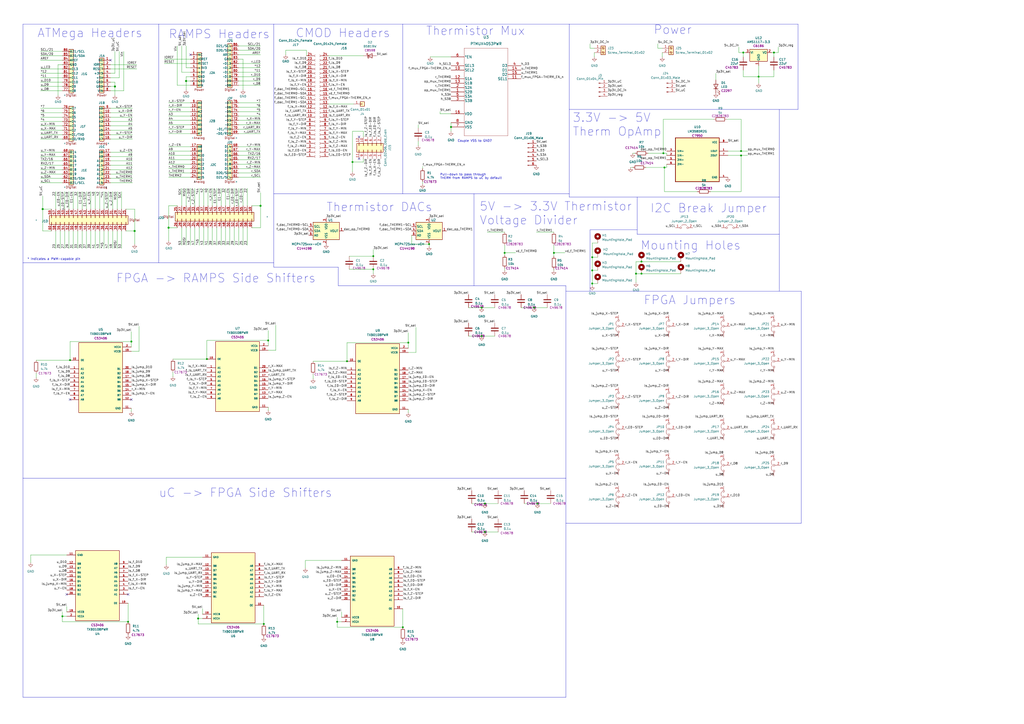
<source format=kicad_sch>
(kicad_sch (version 20230121) (generator eeschema)
  (paper "A2")
  (title_block (date "mar. 31 mars 2015"))
  (junction (at 368.935 158.75))
  (junction (at 261.62 73.66))
  (junction (at 279.4 194.945))
  (junction (at 78.105 133.985) (diameter 1.016))
  (junction (at 195.58 360.68))
  (junction (at 151.13 119.38) (diameter 1.016))
  (junction (at 40.64 208.915))
  (junction (at 201.295 209.55))
  (junction (at 155.575 197.485))
  (junction (at 311.785 292.1))
  (junction (at 97.79 132.08) (diameter 1.016))
  (junction (at 292.735 146.685))
  (junction (at 36.195 357.505))
  (junction (at 343.535 149.225))
  (junction (at 236.855 198.755))
  (junction (at 233.68 363.855))
  (junction (at 66.675 50.165) (diameter 1.016))
  (junction (at 431.165 30.48))
  (junction (at 74.295 360.68))
  (junction (at 107.95 46.99) (diameter 1.016))
  (junction (at 279.4 178.435))
  (junction (at 281.305 292.1))
  (junction (at 372.11 158.75))
  (junction (at 120.015 208.28))
  (junction (at 281.305 308.61))
  (junction (at 216.535 148.59))
  (junction (at 429.895 90.17))
  (junction (at 429.895 87.63))
  (junction (at 384.81 88.9))
  (junction (at 309.88 178.435))
  (junction (at 321.31 146.685))
  (junction (at 440.055 44.45))
  (junction (at 216.535 156.21))
  (junction (at 76.2 198.12))
  (junction (at 153.035 361.95))
  (junction (at 248.92 141.605))
  (junction (at 372.11 151.765))
  (junction (at 114.935 358.775))
  (junction (at 343.535 164.465))
  (junction (at 343.535 156.845))
  (junction (at 24.765 121.285) (diameter 1.016))
  (junction (at 204.47 93.98))
  (junction (at 385.445 97.155))
  (junction (at 448.945 30.48))
  (no_connect (at 76.2 231.775))
  (no_connect (at 208.28 79.375))
  (no_connect (at 208.28 92.075))
  (no_connect (at 110.49 31.75))
  (no_connect (at 74.295 344.805))
  (no_connect (at 64.135 34.925))
  (no_connect (at 38.735 344.805))
  (no_connect (at 40.64 231.775))
  (polyline (pts (xy 328.295 165.735) (xy 328.295 277.495)))
  (wire (pts (xy 36.195 80.645) (xy 23.495 80.645)))
  (polyline (pts (xy 274.955 165.735) (xy 328.295 165.735)))
  (polyline (pts (xy 13.335 152.4) (xy 13.335 13.97)))
  (polyline (pts (xy 233.68 13.97) (xy 233.68 112.395)))
  (wire (pts (xy 210.82 92.075) (xy 210.82 93.98)))
  (wire (pts (xy 343.535 149.225) (xy 346.71 149.225)))
  (wire (pts (xy 138.43 29.21) (xy 151.13 29.21)))
  (wire (pts (xy 76.835 80.645) (xy 64.135 80.645)))
  (wire (pts (xy 343.535 140.97) (xy 343.535 149.225)))
  (wire (pts (xy 431.165 40.64) (xy 431.165 44.45)))
  (wire (pts (xy 415.29 42.545) (xy 415.29 46.355)))
  (wire (pts (xy 238.76 136.525) (xy 238.76 141.605)))
  (wire (pts (xy 177.165 325.12) (xy 198.12 325.12)))
  (wire (pts (xy 36.195 47.625) (xy 23.495 47.625)))
  (polyline (pts (xy 13.335 152.4) (xy 158.75 152.4)))
  (wire (pts (xy 342.265 25.4) (xy 342.265 27.94)))
  (wire (pts (xy 96.52 323.215) (xy 117.475 323.215)))
  (wire (pts (xy 55.245 111.125) (xy 55.245 121.285)))
  (wire (pts (xy 153.035 351.155) (xy 153.035 361.95)))
  (polyline (pts (xy 92.075 13.97) (xy 158.75 13.97)))
  (wire (pts (xy 367.03 97.155) (xy 365.76 97.155)))
  (wire (pts (xy 36.195 29.845) (xy 23.495 29.845)))
  (wire (pts (xy 321.31 156.21) (xy 321.31 156.845)))
  (wire (pts (xy 261.62 73.66) (xy 261.62 76.2)))
  (polyline (pts (xy 328.295 277.495) (xy 328.295 404.495)))
  (wire (pts (xy 52.705 111.125) (xy 52.705 121.285)))
  (wire (pts (xy 210.82 32.385) (xy 190.5 32.385)))
  (wire (pts (xy 447.675 30.48) (xy 448.945 30.48)))
  (wire (pts (xy 151.13 132.08) (xy 146.05 132.08)))
  (wire (pts (xy 138.43 77.47) (xy 151.13 77.47)))
  (polyline (pts (xy 369.57 133.35) (xy 369.57 135.89)))
  (wire (pts (xy 431.165 33.02) (xy 431.165 30.48)))
  (polyline (pts (xy 13.335 277.495) (xy 328.295 277.495)))
  (wire (pts (xy 95.25 36.83) (xy 110.49 36.83)))
  (wire (pts (xy 24.765 121.285) (xy 24.765 133.985)))
  (wire (pts (xy 368.935 158.75) (xy 368.935 163.83)))
  (wire (pts (xy 76.2 236.855) (xy 76.2 238.76)))
  (polyline (pts (xy 328.295 168.91) (xy 369.57 168.91)))
  (wire (pts (xy 95.25 34.29) (xy 110.49 34.29)))
  (wire (pts (xy 73.025 121.285) (xy 78.105 121.285)))
  (wire (pts (xy 440.055 44.45) (xy 448.945 44.45)))
  (wire (pts (xy 412.115 111.125) (xy 429.895 111.125)))
  (polyline (pts (xy 452.12 114.3) (xy 452.12 168.91)))
  (polyline (pts (xy 158.75 152.4) (xy 158.75 154.94)))
  (wire (pts (xy 372.11 158.75) (xy 394.97 158.75)))
  (wire (pts (xy 195.58 363.855) (xy 195.58 360.68)))
  (wire (pts (xy 36.195 93.345) (xy 23.495 93.345)))
  (wire (pts (xy 66.675 47.625) (xy 66.675 50.165)))
  (wire (pts (xy 123.19 109.22) (xy 123.19 119.38)))
  (wire (pts (xy 271.78 178.435) (xy 279.4 178.435)))
  (wire (pts (xy 304.165 292.1) (xy 311.785 292.1)))
  (wire (pts (xy 429.895 90.17) (xy 422.275 90.17)))
  (wire (pts (xy 384.81 88.9) (xy 386.715 88.9)))
  (wire (pts (xy 292.735 146.685) (xy 299.085 146.685)))
  (wire (pts (xy 138.43 109.22) (xy 138.43 119.38)))
  (wire (pts (xy 120.015 208.28) (xy 120.015 197.485)))
  (wire (pts (xy 204.47 93.98) (xy 204.47 99.695)))
  (wire (pts (xy 138.43 31.75) (xy 151.13 31.75)))
  (wire (pts (xy 50.165 133.985) (xy 50.165 144.145)))
  (wire (pts (xy 76.835 75.565) (xy 64.135 75.565)))
  (polyline (pts (xy 328.295 404.495) (xy 13.335 404.495)))
  (wire (pts (xy 45.085 111.125) (xy 45.085 121.285)))
  (wire (pts (xy 321.31 142.24) (xy 321.31 146.685)))
  (wire (pts (xy 233.68 363.855) (xy 195.58 363.855)))
  (wire (pts (xy 38.735 351.79) (xy 38.735 354.965)))
  (wire (pts (xy 67.945 111.125) (xy 67.945 121.285)))
  (wire (pts (xy 32.385 111.125) (xy 32.385 121.285)))
  (wire (pts (xy 135.89 132.08) (xy 135.89 142.24)))
  (wire (pts (xy 110.49 64.77) (xy 97.79 64.77)))
  (wire (pts (xy 107.95 26.67) (xy 107.95 39.37)))
  (wire (pts (xy 138.43 59.69) (xy 151.13 59.69)))
  (wire (pts (xy 97.79 72.39) (xy 110.49 72.39)))
  (wire (pts (xy 120.015 197.485) (xy 155.575 197.485)))
  (wire (pts (xy 105.41 132.08) (xy 105.41 142.24)))
  (wire (pts (xy 386.715 88.9) (xy 386.715 90.17)))
  (wire (pts (xy 66.675 50.165) (xy 66.675 55.245)))
  (wire (pts (xy 37.465 133.985) (xy 37.465 144.145)))
  (wire (pts (xy 110.49 95.25) (xy 97.79 95.25)))
  (wire (pts (xy 133.35 132.08) (xy 133.35 142.24)))
  (wire (pts (xy 125.73 109.22) (xy 125.73 119.38)))
  (wire (pts (xy 202.565 148.59) (xy 216.535 148.59)))
  (wire (pts (xy 66.675 42.545) (xy 64.135 42.545)))
  (wire (pts (xy 118.11 132.08) (xy 118.11 142.24)))
  (polyline (pts (xy 158.75 154.94) (xy 196.215 154.94)))
  (wire (pts (xy 57.785 111.125) (xy 57.785 121.285)))
  (wire (pts (xy 321.31 146.685) (xy 321.31 148.59)))
  (wire (pts (xy 76.2 203.835) (xy 80.645 203.835)))
  (wire (pts (xy 292.735 142.24) (xy 292.735 146.685)))
  (wire (pts (xy 69.215 45.085) (xy 64.135 45.085)))
  (wire (pts (xy 309.88 178.435) (xy 317.5 178.435)))
  (wire (pts (xy 140.97 109.22) (xy 140.97 119.38)))
  (wire (pts (xy 47.625 133.985) (xy 47.625 144.145)))
  (wire (pts (xy 181.61 217.17) (xy 181.61 219.71)))
  (wire (pts (xy 238.76 141.605) (xy 248.92 141.605)))
  (wire (pts (xy 404.495 111.125) (xy 385.445 111.125)))
  (wire (pts (xy 69.215 29.845) (xy 69.215 45.085)))
  (polyline (pts (xy 233.68 13.97) (xy 330.2 13.97)))
  (wire (pts (xy 76.835 106.045) (xy 64.135 106.045)))
  (wire (pts (xy 202.565 156.21) (xy 216.535 156.21)))
  (wire (pts (xy 62.865 133.985) (xy 62.865 144.145)))
  (wire (pts (xy 40.005 133.985) (xy 40.005 144.145)))
  (wire (pts (xy 311.15 134.62) (xy 321.31 134.62)))
  (wire (pts (xy 385.445 97.155) (xy 386.715 97.155)))
  (wire (pts (xy 433.705 90.17) (xy 429.895 90.17)))
  (wire (pts (xy 281.305 292.1) (xy 288.925 292.1)))
  (wire (pts (xy 311.785 292.1) (xy 319.405 292.1)))
  (wire (pts (xy 105.41 41.91) (xy 110.49 41.91)))
  (wire (pts (xy 448.945 44.45) (xy 448.945 40.64)))
  (wire (pts (xy 343.535 164.465) (xy 343.535 165.735)))
  (wire (pts (xy 138.43 62.23) (xy 151.13 62.23)))
  (wire (pts (xy 36.195 40.005) (xy 23.495 40.005)))
  (wire (pts (xy 236.855 198.755) (xy 236.855 201.93)))
  (wire (pts (xy 66.675 29.845) (xy 66.675 42.545)))
  (wire (pts (xy 36.195 62.865) (xy 23.495 62.865)))
  (wire (pts (xy 140.97 34.29) (xy 140.97 52.07)))
  (polyline (pts (xy 196.215 154.94) (xy 196.215 165.735)))
  (wire (pts (xy 302.26 178.435) (xy 309.88 178.435)))
  (wire (pts (xy 107.95 44.45) (xy 107.95 46.99)))
  (wire (pts (xy 429.895 69.215) (xy 429.895 87.63)))
  (wire (pts (xy 20.955 216.535) (xy 20.955 219.075)))
  (wire (pts (xy 190.5 60.325) (xy 205.105 60.325)))
  (wire (pts (xy 64.135 62.865) (xy 76.835 62.865)))
  (wire (pts (xy 279.4 194.945) (xy 287.02 194.945)))
  (wire (pts (xy 201.295 209.55) (xy 201.295 198.755)))
  (wire (pts (xy 381.635 27.94) (xy 384.175 27.94)))
  (wire (pts (xy 36.195 42.545) (xy 23.495 42.545)))
  (wire (pts (xy 255.27 64.77) (xy 255.27 66.04)))
  (wire (pts (xy 64.135 103.505) (xy 76.835 103.505)))
  (wire (pts (xy 181.61 209.55) (xy 201.295 209.55)))
  (wire (pts (xy 374.65 97.155) (xy 385.445 97.155)))
  (wire (pts (xy 245.11 96.52) (xy 245.11 97.79)))
  (wire (pts (xy 36.195 65.405) (xy 23.495 65.405)))
  (polyline (pts (xy 369.57 168.91) (xy 464.82 168.91)))
  (wire (pts (xy 138.43 87.63) (xy 151.13 87.63)))
  (polyline (pts (xy 158.75 13.97) (xy 158.75 152.4)))
  (wire (pts (xy 368.935 151.765) (xy 368.935 158.75)))
  (wire (pts (xy 236.855 204.47) (xy 241.3 204.47)))
  (wire (pts (xy 113.03 132.08) (xy 113.03 142.24)))
  (wire (pts (xy 36.195 100.965) (xy 23.495 100.965)))
  (wire (pts (xy 76.2 192.405) (xy 76.2 198.12)))
  (wire (pts (xy 138.43 95.25) (xy 151.13 95.25)))
  (wire (pts (xy 271.78 194.945) (xy 279.4 194.945)))
  (wire (pts (xy 384.81 69.215) (xy 384.81 88.9)))
  (wire (pts (xy 114.935 358.775) (xy 117.475 358.775)))
  (wire (pts (xy 76.2 198.12) (xy 76.2 201.295)))
  (wire (pts (xy 47.625 111.125) (xy 47.625 121.285)))
  (wire (pts (xy 342.265 27.94) (xy 344.805 27.94)))
  (wire (pts (xy 431.165 30.48) (xy 432.435 30.48)))
  (wire (pts (xy 78.105 121.285) (xy 78.105 133.985)))
  (wire (pts (xy 138.43 36.83) (xy 151.13 36.83)))
  (wire (pts (xy 117.475 353.06) (xy 117.475 356.235)))
  (wire (pts (xy 133.35 109.22) (xy 133.35 119.38)))
  (wire (pts (xy 62.865 111.125) (xy 62.865 121.285)))
  (wire (pts (xy 115.57 132.08) (xy 115.57 142.24)))
  (wire (pts (xy 73.025 133.985) (xy 78.105 133.985)))
  (wire (pts (xy 414.02 69.215) (xy 384.81 69.215)))
  (polyline (pts (xy 464.82 168.91) (xy 464.82 303.53)))
  (polyline (pts (xy 369.57 135.89) (xy 452.12 135.89)))
  (polyline (pts (xy 369.57 133.35) (xy 342.265 133.35)))
  (wire (pts (xy 138.43 92.71) (xy 151.13 92.71)))
  (wire (pts (xy 281.305 308.61) (xy 288.925 308.61)))
  (wire (pts (xy 210.82 76.2) (xy 210.82 79.375)))
  (wire (pts (xy 36.195 50.165) (xy 23.495 50.165)))
  (wire (pts (xy 40.005 111.125) (xy 40.005 121.285)))
  (wire (pts (xy 107.95 39.37) (xy 110.49 39.37)))
  (wire (pts (xy 36.195 360.68) (xy 36.195 357.505)))
  (wire (pts (xy 216.535 144.78) (xy 216.535 148.59)))
  (wire (pts (xy 42.545 111.125) (xy 42.545 121.285)))
  (wire (pts (xy 113.03 109.22) (xy 113.03 119.38)))
  (wire (pts (xy 138.43 74.93) (xy 151.13 74.93)))
  (wire (pts (xy 80.645 203.835) (xy 80.645 189.23)))
  (wire (pts (xy 60.325 133.985) (xy 60.325 144.145)))
  (wire (pts (xy 42.545 133.985) (xy 42.545 144.145)))
  (wire (pts (xy 65.405 133.985) (xy 65.405 144.145)))
  (wire (pts (xy 34.925 111.125) (xy 34.925 121.285)))
  (wire (pts (xy 343.535 156.845) (xy 343.535 164.465)))
  (polyline (pts (xy 330.2 112.395) (xy 330.2 114.3)))
  (wire (pts (xy 36.195 70.485) (xy 23.495 70.485)))
  (wire (pts (xy 343.535 156.845) (xy 346.71 156.845)))
  (wire (pts (xy 128.27 132.08) (xy 128.27 142.24)))
  (wire (pts (xy 381.635 25.4) (xy 381.635 27.94)))
  (wire (pts (xy 100.33 215.9) (xy 100.33 218.44)))
  (wire (pts (xy 292.735 155.575) (xy 292.735 156.845)))
  (wire (pts (xy 55.245 133.985) (xy 55.245 144.145)))
  (wire (pts (xy 201.295 198.755) (xy 236.855 198.755)))
  (wire (pts (xy 105.41 26.67) (xy 105.41 41.91)))
  (wire (pts (xy 110.49 46.99) (xy 107.95 46.99)))
  (wire (pts (xy 110.49 59.69) (xy 97.79 59.69)))
  (wire (pts (xy 138.43 49.53) (xy 151.13 49.53)))
  (wire (pts (xy 60.325 111.125) (xy 60.325 121.285)))
  (wire (pts (xy 138.43 132.08) (xy 138.43 142.24)))
  (wire (pts (xy 40.64 208.915) (xy 40.64 198.12)))
  (wire (pts (xy 120.65 132.08) (xy 120.65 142.24)))
  (wire (pts (xy 261.62 33.02) (xy 249.555 33.02)))
  (wire (pts (xy 440.055 48.26) (xy 440.055 44.45)))
  (wire (pts (xy 79.375 37.465) (xy 64.135 37.465)))
  (polyline (pts (xy 330.2 13.97) (xy 462.915 13.97)))
  (wire (pts (xy 153.035 361.95) (xy 114.935 361.95)))
  (wire (pts (xy 130.81 109.22) (xy 130.81 119.38)))
  (wire (pts (xy 421.64 69.215) (xy 429.895 69.215)))
  (wire (pts (xy 138.43 67.31) (xy 151.13 67.31)))
  (polyline (pts (xy 274.955 165.735) (xy 274.955 112.395)))
  (wire (pts (xy 138.43 90.17) (xy 151.13 90.17)))
  (wire (pts (xy 110.49 49.53) (xy 102.87 49.53)))
  (polyline (pts (xy 452.12 114.3) (xy 452.12 63.5)))
  (wire (pts (xy 96.52 323.215) (xy 96.52 327.66)))
  (wire (pts (xy 36.195 90.805) (xy 23.495 90.805)))
  (wire (pts (xy 24.765 113.665) (xy 24.765 121.285)))
  (wire (pts (xy 368.3 88.9) (xy 367.03 88.9)))
  (wire (pts (xy 102.87 132.08) (xy 97.79 132.08)))
  (wire (pts (xy 429.895 87.63) (xy 433.705 87.63)))
  (wire (pts (xy 138.43 69.85) (xy 151.13 69.85)))
  (wire (pts (xy 33.655 37.465) (xy 33.655 55.245)))
  (wire (pts (xy 368.935 158.75) (xy 372.11 158.75)))
  (wire (pts (xy 36.195 106.045) (xy 23.495 106.045)))
  (wire (pts (xy 115.57 109.22) (xy 115.57 119.38)))
  (wire (pts (xy 36.195 34.925) (xy 23.495 34.925)))
  (wire (pts (xy 29.845 121.285) (xy 24.765 121.285)))
  (polyline (pts (xy 330.2 114.3) (xy 452.12 114.3)))
  (wire (pts (xy 114.935 361.95) (xy 114.935 358.775)))
  (wire (pts (xy 36.195 98.425) (xy 23.495 98.425)))
  (wire (pts (xy 242.57 84.455) (xy 242.57 81.915)))
  (wire (pts (xy 97.79 102.87) (xy 110.49 102.87)))
  (wire (pts (xy 76.835 95.885) (xy 64.135 95.885)))
  (wire (pts (xy 97.79 87.63) (xy 110.49 87.63)))
  (wire (pts (xy 428.625 30.48) (xy 431.165 30.48)))
  (wire (pts (xy 74.295 349.885) (xy 74.295 360.68)))
  (wire (pts (xy 64.135 67.945) (xy 76.835 67.945)))
  (wire (pts (xy 79.375 40.005) (xy 64.135 40.005)))
  (wire (pts (xy 448.945 30.48) (xy 451.485 30.48)))
  (wire (pts (xy 138.43 39.37) (xy 151.13 39.37)))
  (wire (pts (xy 273.685 292.1) (xy 281.305 292.1)))
  (wire (pts (xy 204.47 76.2) (xy 204.47 93.98)))
  (wire (pts (xy 375.92 88.9) (xy 384.81 88.9)))
  (wire (pts (xy 372.11 151.765) (xy 394.97 151.765)))
  (wire (pts (xy 36.195 88.265) (xy 23.495 88.265)))
  (wire (pts (xy 440.055 38.1) (xy 440.055 44.45)))
  (wire (pts (xy 64.135 50.165) (xy 66.675 50.165)))
  (wire (pts (xy 155.575 197.485) (xy 155.575 200.66)))
  (wire (pts (xy 105.41 109.22) (xy 105.41 119.38)))
  (wire (pts (xy 17.78 321.945) (xy 38.735 321.945)))
  (wire (pts (xy 448.945 30.48) (xy 448.945 33.02)))
  (wire (pts (xy 138.43 34.29) (xy 140.97 34.29)))
  (wire (pts (xy 138.43 97.79) (xy 151.13 97.79)))
  (wire (pts (xy 135.89 109.22) (xy 135.89 119.38)))
  (polyline (pts (xy 92.075 13.97) (xy 92.075 152.4)))
  (polyline (pts (xy 330.2 63.5) (xy 462.915 63.5)))
  (polyline (pts (xy 13.335 13.97) (xy 92.075 13.97)))
  (wire (pts (xy 97.79 77.47) (xy 110.49 77.47)))
  (wire (pts (xy 114.935 358.775) (xy 114.935 356.235)))
  (wire (pts (xy 74.295 360.68) (xy 36.195 360.68)))
  (wire (pts (xy 64.135 52.705) (xy 71.755 52.705)))
  (wire (pts (xy 120.65 109.22) (xy 120.65 119.38)))
  (wire (pts (xy 110.49 69.85) (xy 97.79 69.85)))
  (wire (pts (xy 70.485 111.125) (xy 70.485 121.285)))
  (wire (pts (xy 321.31 146.685) (xy 327.66 146.685)))
  (polyline (pts (xy 196.215 165.735) (xy 274.955 165.735)))
  (wire (pts (xy 195.58 360.68) (xy 198.12 360.68)))
  (wire (pts (xy 282.575 134.62) (xy 292.735 134.62)))
  (wire (pts (xy 110.49 100.33) (xy 97.79 100.33)))
  (wire (pts (xy 76.835 65.405) (xy 64.135 65.405)))
  (polyline (pts (xy 158.75 112.395) (xy 233.68 112.395)))
  (wire (pts (xy 165.735 29.21) (xy 165.735 31.75)))
  (polyline (pts (xy 330.2 13.97) (xy 330.2 112.395)))
  (wire (pts (xy 160.02 203.2) (xy 160.02 188.595)))
  (wire (pts (xy 123.19 132.08) (xy 123.19 142.24)))
  (wire (pts (xy 67.945 133.985) (xy 67.945 144.145)))
  (wire (pts (xy 346.71 140.97) (xy 343.535 140.97)))
  (wire (pts (xy 118.11 109.22) (xy 118.11 119.38)))
  (wire (pts (xy 451.485 27.305) (xy 451.485 30.48)))
  (wire (pts (xy 177.165 325.12) (xy 177.165 329.565)))
  (wire (pts (xy 128.27 109.22) (xy 128.27 119.38)))
  (wire (pts (xy 146.05 119.38) (xy 151.13 119.38)))
  (wire (pts (xy 346.71 164.465) (xy 343.535 164.465)))
  (wire (pts (xy 97.79 132.08) (xy 97.79 139.7)))
  (polyline (pts (xy 274.955 112.395) (xy 330.2 112.395)))
  (wire (pts (xy 151.13 119.38) (xy 151.13 132.08)))
  (polyline (pts (xy 274.955 112.395) (xy 233.68 112.395)))
  (wire (pts (xy 45.085 133.985) (xy 45.085 144.145)))
  (wire (pts (xy 143.51 109.22) (xy 143.51 119.38)))
  (wire (pts (xy 431.165 44.45) (xy 440.055 44.45)))
  (wire (pts (xy 97.79 97.79) (xy 110.49 97.79)))
  (wire (pts (xy 216.535 156.21) (xy 216.535 158.75)))
  (wire (pts (xy 64.135 93.345) (xy 76.835 93.345)))
  (wire (pts (xy 40.64 198.12) (xy 76.2 198.12)))
  (wire (pts (xy 261.62 71.12) (xy 261.62 73.66)))
  (polyline (pts (xy 462.915 13.97) (xy 462.915 63.5)))
  (wire (pts (xy 70.485 133.985) (xy 70.485 144.145)))
  (wire (pts (xy 36.195 95.885) (xy 23.495 95.885)))
  (wire (pts (xy 36.195 37.465) (xy 33.655 37.465)))
  (wire (pts (xy 52.705 133.985) (xy 52.705 144.145)))
  (wire (pts (xy 429.895 111.125) (xy 429.895 90.17)))
  (wire (pts (xy 64.135 47.625) (xy 66.675 47.625)))
  (wire (pts (xy 76.835 100.965) (xy 64.135 100.965)))
  (wire (pts (xy 343.535 149.225) (xy 343.535 156.845)))
  (wire (pts (xy 138.43 100.33) (xy 151.13 100.33)))
  (wire (pts (xy 233.68 353.06) (xy 233.68 363.855)))
  (wire (pts (xy 155.575 203.2) (xy 160.02 203.2)))
  (wire (pts (xy 37.465 111.125) (xy 37.465 121.285)))
  (wire (pts (xy 248.92 142.875) (xy 248.92 141.605)))
  (wire (pts (xy 422.275 87.63) (xy 429.895 87.63)))
  (wire (pts (xy 36.195 45.085) (xy 23.495 45.085)))
  (wire (pts (xy 97.79 92.71) (xy 110.49 92.71)))
  (wire (pts (xy 50.165 111.125) (xy 50.165 121.285)))
  (wire (pts (xy 76.835 90.805) (xy 64.135 90.805)))
  (wire (pts (xy 130.81 132.08) (xy 130.81 142.24)))
  (wire (pts (xy 292.735 146.685) (xy 292.735 147.955)))
  (wire (pts (xy 384.175 30.48) (xy 384.175 33.02)))
  (wire (pts (xy 138.43 64.77) (xy 151.13 64.77)))
  (wire (pts (xy 177.8 29.21) (xy 177.8 32.385)))
  (wire (pts (xy 138.43 72.39) (xy 151.13 72.39)))
  (wire (pts (xy 36.195 67.945) (xy 23.495 67.945)))
  (wire (pts (xy 110.49 74.93) (xy 97.79 74.93)))
  (wire (pts (xy 97.79 119.38) (xy 97.79 132.08)))
  (wire (pts (xy 138.43 44.45) (xy 151.13 44.45)))
  (wire (pts (xy 372.11 151.765) (xy 368.935 151.765)))
  (wire (pts (xy 76.835 70.485) (xy 64.135 70.485)))
  (wire (pts (xy 102.87 119.38) (xy 97.79 119.38)))
  (polyline (pts (xy 13.335 152.4) (xy 13.335 277.495)))
  (wire (pts (xy 110.49 132.08) (xy 110.49 142.24)))
  (wire (pts (xy 65.405 111.125) (xy 65.405 121.285)))
  (wire (pts (xy 236.855 237.49) (xy 236.855 239.395)))
  (wire (pts (xy 97.79 62.23) (xy 110.49 62.23)))
  (wire (pts (xy 138.43 41.91) (xy 151.13 41.91)))
  (wire (pts (xy 279.4 178.435) (xy 287.02 178.435)))
  (polyline (pts (xy 158.75 13.97) (xy 233.68 13.97)))
  (wire (pts (xy 36.195 103.505) (xy 23.495 103.505)))
  (wire (pts (xy 195.58 360.68) (xy 195.58 358.14)))
  (polyline (pts (xy 464.82 303.53) (xy 328.295 303.53)))
  (wire (pts (xy 110.49 90.17) (xy 97.79 90.17)))
  (wire (pts (xy 245.11 106.68) (xy 245.11 105.41)))
  (wire (pts (xy 24.765 133.985) (xy 29.845 133.985)))
  (wire (pts (xy 165.735 29.21) (xy 177.8 29.21)))
  (wire (pts (xy 107.95 109.22) (xy 107.95 119.38)))
  (polyline (pts (xy 13.335 277.495) (xy 13.335 404.495)))
  (wire (pts (xy 64.135 88.265) (xy 76.835 88.265)))
  (wire (pts (xy 138.43 85.09) (xy 151.13 85.09)))
  (wire (pts (xy 241.3 204.47) (xy 241.3 189.865)))
  (wire (pts (xy 155.575 191.77) (xy 155.575 197.485)))
  (wire (pts (xy 125.73 132.08) (xy 125.73 142.24)))
  (wire (pts (xy 32.385 133.985) (xy 32.385 144.145)))
  (wire (pts (xy 100.33 208.28) (xy 120.015 208.28)))
  (wire (pts (xy 110.49 85.09) (xy 97.79 85.09)))
  (polyline (pts (xy 342.265 133.35) (xy 342.265 168.91)))
  (wire (pts (xy 140.97 132.08) (xy 140.97 142.24)))
  (wire (pts (xy 273.685 308.61) (xy 281.305 308.61)))
  (wire (pts (xy 36.195 32.385) (xy 23.495 32.385)))
  (wire (pts (xy 198.12 354.965) (xy 198.12 358.14)))
  (wire (pts (xy 34.925 133.985) (xy 34.925 144.145)))
  (wire (pts (xy 36.195 357.505) (xy 36.195 354.965)))
  (wire (pts (xy 102.87 49.53) (xy 102.87 26.67)))
  (wire (pts (xy 36.195 75.565) (xy 23.495 75.565)))
  (wire (pts (xy 36.195 73.025) (xy 23.495 73.025)))
  (wire (pts (xy 255.27 66.04) (xy 261.62 66.04)))
  (polyline (pts (xy 369.57 114.3) (xy 369.57 133.35)))
  (wire (pts (xy 385.445 111.125) (xy 385.445 97.155)))
  (wire (pts (xy 344.805 30.48) (xy 344.805 33.02)))
  (wire (pts (xy 36.195 357.505) (xy 38.735 357.505)))
  (wire (pts (xy 107.95 46.99) (xy 107.95 52.07)))
  (wire (pts (xy 151.13 111.76) (xy 151.13 119.38)))
  (wire (pts (xy 57.785 133.985) (xy 57.785 144.145)))
  (wire (pts (xy 204.47 93.98) (xy 210.82 93.98)))
  (wire (pts (xy 110.49 109.22) (xy 110.49 119.38)))
  (wire (pts (xy 20.955 208.915) (xy 40.64 208.915)))
  (wire (pts (xy 36.195 78.105) (xy 23.495 78.105)))
  (wire (pts (xy 64.135 98.425) (xy 76.835 98.425)))
  (wire (pts (xy 71.755 52.705) (xy 71.755 29.845)))
  (wire (pts (xy 78.105 133.985) (xy 78.105 141.605)))
  (wire (pts (xy 428.625 27.305) (xy 428.625 30.48)))
  (wire (pts (xy 138.43 26.67) (xy 151.13 26.67)))
  (wire (pts (xy 143.51 132.08) (xy 143.51 142.24)))
  (wire (pts (xy 242.57 72.39) (xy 242.57 74.295)))
  (wire (pts (xy 236.855 193.04) (xy 236.855 198.755)))
  (wire (pts (xy 64.135 78.105) (xy 76.835 78.105)))
  (wire (pts (xy 110.49 44.45) (xy 107.95 44.45)))
  (wire (pts (xy 138.43 102.87) (xy 151.13 102.87)))
  (wire (pts (xy 17.78 321.945) (xy 17.78 326.39)))
  (wire (pts (xy 155.575 236.22) (xy 155.575 238.125)))
  (wire (pts (xy 64.135 73.025) (xy 76.835 73.025)))
  (wire (pts (xy 107.95 132.08) (xy 107.95 142.24)))
  (wire (pts (xy 97.79 67.31) (xy 110.49 67.31)))
  (wire (pts (xy 210.82 76.2) (xy 204.47 76.2)))
  (wire (pts (xy 36.195 52.705) (xy 23.495 52.705)))
  (wire (pts (xy 386.715 97.155) (xy 386.715 95.25)))
  (wire (pts (xy 138.43 46.99) (xy 151.13 46.99)))
  (text "CMOD Headers" (at 171.45 22.225 0) (effects (font (size 5 5)) (justify left bottom)))
  (text "FPGA -> RAMPS Side Shifters" (at 67.31 164.465 0) (effects (font (size 5 5)) (justify left bottom)))
  (text "RAMPS Headers" (at 97.79 22.86 0) (effects (font (size 5 5)) (justify left bottom)))
  (text "Thermistor DACs" (at 189.23 123.19 0) (effects (font (size 5 5)) (justify left bottom)))
  (text "I2C Break Jumper" (at 377.19 123.825 0) (effects (font (size 5 5)) (justify left bottom)))
  (text "uC -> FPGA Side Shifters" (at 92.075 288.925 0) (effects (font (size 5 5)) (justify left bottom)))
  (text "FPGA Jumpers" (at 373.38 177.165 0) (effects (font (size 5 5)) (justify left bottom)))
  (text "Power" (at 379.095 20.32 0) (effects (font (size 5 5)) (justify left bottom)))
  (text "ATMega Headers" (at 21.59 22.225 0) (effects (font (size 5 5)) (justify left bottom)))
  (text "Couple VSS to GND?" (at 265.43 82.55 0) (effects (font (size 1.27 1.27)) (justify left bottom)))
  (text "* Indicates a PWM-capable pin" (at 15.875 151.13 0) (effects (font (size 1.27 1.27)) (justify left bottom)))
  (text "5V -> 3.3V Thermistor \nVoltage Divider" (at 278.13 130.81 0) (effects (font (size 5 5)) (justify left bottom)))
  (text "Thermistor Mux" (at 247.015 20.955 0) (effects (font (size 5 5)) (justify left bottom)))
  (text "Mounting Holes" (at 371.475 145.415 0) (effects (font (size 5 5)) (justify left bottom)))
  (text "3.3V -> 5V\nTherm OpAmp" (at 332.105 79.375 0) (effects (font (size 5 5)) (justify left bottom)))
  (text "Pull-down to pass through\nTHERM from RAMPS to uC by default" (at 255.27 104.14 0) (effects (font (size 1.27 1.27)) (justify left bottom)))
  (label "ls_jump_X-EN" (at 358.775 262.89 180))
  (label "A10" (at 76.835 93.345 180))
  (label "3p3V_sel" (at 415.29 42.545 0))
  (label "u_UART_RX" (at 23.495 80.645 0))
  (label "r_D9" (at 151.13 46.99 180))
  (label "THERM2" (at 76.835 106.045 180))
  (label "r_Y-EN" (at 97.79 64.77 0))
  (label "u_Z-MAX" (at 423.545 228.6 0))
  (label "f_ls_Z-MIN" (at 233.68 330.2 0))
  (label "r_E0-DIR" (at 391.795 248.92 0))
  (label "ls_f_Y-MIN" (at 120.015 226.06 180))
  (label "u_Z-STEP" (at 198.12 345.44 180))
  (label "5V_sel" (at 218.44 32.385 0))
  (label "u_THERM1" (at 302.26 43.18 0))
  (label "31" (at 133.35 142.24 90))
  (label "f_dac_THERM0-SCL" (at 177.8 52.705 180))
  (label "r_SDA" (at 151.13 100.33 180))
  (label "u_Y-EN" (at 76.835 67.945 180))
  (label "ls_jump_Y-DIR" (at 387.985 203.2 180))
  (label "u_X-EN" (at 198.12 342.9 180))
  (label "r_Y-MAX" (at 419.735 215.9 180))
  (label "RX2{slash}17" (at 23.495 95.885 0))
  (label "ls_f_E0-EN" (at 233.68 335.28 0))
  (label "r_Z-MIN" (at 448.945 234.95 180))
  (label "r_Y-STEP" (at 97.79 74.93 0))
  (label "dac_op_THERM0" (at 199.39 133.985 0))
  (label "*4" (at 23.495 70.485 0))
  (label "33" (at 130.81 142.24 90))
  (label "u_X-DIR" (at 38.735 337.185 180))
  (label "5V_sel" (at 160.02 188.595 180))
  (label "3p3V_sel" (at 76.2 192.405 180))
  (label "u_SCL" (at 391.795 132.08 180))
  (label "u_Y-DIR" (at 387.985 215.9 180))
  (label "u_D8" (at 419.735 276.225 180))
  (label "22" (at 143.51 109.22 270))
  (label "r_Y-EN" (at 391.795 269.24 0))
  (label "u_SDA" (at 23.495 103.505 0))
  (label "5V_sel" (at 105.41 26.67 90))
  (label "r_SDA" (at 428.625 132.08 0))
  (label "u_Z-DIR" (at 387.985 237.49 180))
  (label "u_E0-STEP" (at 37.465 111.125 270))
  (label "ls_f_Z-EN" (at 153.035 346.075 0))
  (label "r_X-STEP" (at 362.585 189.23 0))
  (label "ls_jump_D9" (at 448.945 263.525 180))
  (label "5V_sel" (at 422.275 82.55 0))
  (label "ls_jump_Z-MAX" (at 419.735 222.25 180))
  (label "39" (at 123.19 142.24 90))
  (label "ls_jump_UART_RX" (at 419.735 242.57 180))
  (label "31" (at 42.545 144.145 90))
  (label "ls_jump_X-MAX" (at 419.735 182.88 180))
  (label "r_D8" (at 423.545 269.875 0))
  (label "22" (at 32.385 111.125 270))
  (label "h_S3A" (at 311.15 90.805 0))
  (label "5V_sel" (at 391.795 50.8 0))
  (label "f_ls_Z-STEP" (at 220.98 79.375 90))
  (label "33" (at 45.085 144.145 90))
  (label "E1-STEP" (at 50.165 111.125 270))
  (label "f_ls_Z-EN" (at 120.015 231.14 180))
  (label "u_X-MAX" (at 23.495 75.565 0))
  (label "f_ls_Z-EN" (at 190.5 80.645 0))
  (label "RESET" (at 95.25 36.83 0))
  (label "f_ls_UART_TX" (at 190.5 65.405 0))
  (label "u_Y-EN" (at 38.735 342.265 180))
  (label "ls_f_UART_TX" (at 177.8 65.405 180))
  (label "r_Z-MAX" (at 236.855 217.17 0))
  (label "ls_f_Y-MAX" (at 120.015 228.6 180))
  (label "ls_jump_Y-MIN" (at 117.475 340.995 180))
  (label "r_THERM0" (at 97.79 97.79 0))
  (label "u_Z-MIN" (at 23.495 98.425 0))
  (label "*44" (at 60.325 111.125 270))
  (label "A3" (at 76.835 70.485 180))
  (label "r_Y-MAX" (at 155.575 228.6 0))
  (label "MOSI" (at 107.95 142.24 90))
  (label "r_X-MIN" (at 448.945 195.58 180))
  (label "5V_sel" (at 288.925 300.99 180))
  (label "E1-DIR" (at 128.27 109.22 270))
  (label "37" (at 125.73 142.24 90))
  (label "u_Y-STEP" (at 117.475 335.915 180))
  (label "ls_jump_Z-STEP" (at 358.775 224.79 180))
  (label "TX2{slash}16" (at 151.13 90.17 180))
  (label "ls_jump_E0-DIR" (at 236.855 224.79 0))
  (label "ls_f_Z-EN" (at 177.8 80.645 180))
  (label "u_LED" (at 23.495 40.005 0))
  (label "f_ls_Y-EN" (at 190.5 50.165 0))
  (label "E1-STEP" (at 125.73 109.22 270))
  (label "f_ls_Z-STEP" (at 201.295 229.87 180))
  (label "ls_f_X-STEP" (at 74.295 334.645 0))
  (label "3p3V_sel" (at 271.78 170.815 180))
  (label "3p3V_sel" (at 304.165 284.48 180))
  (label "5V_uC" (at 24.765 113.665 90))
  (label "ls_f_Y-STEP" (at 177.8 70.485 180))
  (label "3p3V_sel" (at 179.07 136.525 180))
  (label "f_ls_Z-DIR" (at 201.295 232.41 180))
  (label "u_Z-DIR" (at 198.12 347.98 180))
  (label "ls_f_Y-EN" (at 177.8 50.165 180))
  (label "f_ls_D9" (at 190.5 37.465 0))
  (label "ls_jump_Y-MIN" (at 448.945 203.2 180))
  (label "5V_uC" (at 391.795 53.34 0))
  (label "r_X-DIR" (at 391.795 189.23 0))
  (label "f_ls_D8" (at 40.64 219.075 180))
  (label "ls_f_E0-STEP" (at 177.8 90.805 180))
  (label "SCK" (at 70.485 111.125 270))
  (label "*12" (at 23.495 42.545 0))
  (label "ls_jump_Y-STEP" (at 155.575 220.98 0))
  (label "ls_jump_E0-DIR" (at 387.985 242.57 180))
  (label "u_Z-EN" (at 358.775 294.64 180))
  (label "5V_sel" (at 242.57 72.39 0))
  (label "r_THERM1" (at 311.15 134.62 0))
  (label "u_Y-MIN" (at 452.755 209.55 0))
  (label "40" (at 55.245 111.125 270))
  (label "f_ls_UART_RX" (at 177.8 67.945 180))
  (label "u_SDA" (at 418.465 132.08 180))
  (label "u_X-MIN" (at 452.755 189.23 0))
  (label "ls_f_X-MAX" (at 190.5 62.865 0))
  (label "f_dac_THERM0-SDA" (at 177.8 55.245 180))
  (label "h_S3A" (at 261.62 55.88 180))
  (label "f_ls_X-STEP" (at 190.5 42.545 0))
  (label "u_D8" (at 38.735 332.105 180))
  (label "f_ls_UART_RX" (at 153.035 333.375 0))
  (label "RESET" (at 79.375 40.005 180))
  (label "3p3V_sel" (at 273.685 300.99 180))
  (label "A10" (at 97.79 90.17 0))
  (label "f_ls_Z-MAX" (at 233.68 332.74 0))
  (label "u_Y-STEP" (at 358.775 215.9 180))
  (label "ls_f_D8" (at 74.295 332.105 0))
  (label "3p3V_uC" (at 66.675 29.845 90))
  (label "ls_jump_X-MIN" (at 448.945 182.88 180))
  (label "r_E0-EN" (at 140.97 109.22 270))
  (label "35" (at 47.625 144.145 90))
  (label "r_E0-DIR" (at 135.89 109.22 270))
  (label "*11" (at 151.13 41.91 180))
  (label "vd_f_THERM0" (at 190.5 55.245 0))
  (label "u_UART_RX" (at 423.545 248.92 0))
  (label "5V_sel" (at 38.735 351.79 180))
  (label "f_ls_Z-MAX" (at 177.8 85.725 180))
  (label "3p3V_DC_in" (at 352.425 53.34 0))
  (label "u_E0-DIR" (at 387.985 255.27 180))
  (label "u_UART_TX" (at 448.945 255.27 180))
  (label "u_D10" (at 23.495 47.625 0))
  (label "r_E0-STEP" (at 138.43 109.22 270))
  (label "5V_sel" (at 319.405 284.48 180))
  (label "3p3V_sel" (at 216.535 144.78 0))
  (label "ls_f_UART_RX" (at 120.015 218.44 180))
  (label "u_X-EN" (at 358.775 275.59 180))
  (label "dac_op_THERM1" (at 386.715 92.71 180))
  (label "dac_op_THERM1" (at 259.08 133.985 0))
  (label "ls_jump_D8" (at 419.735 263.525 180))
  (label "ls_jump_D10" (at 419.735 281.94 180))
  (label "ls_f_D9" (at 177.8 37.465 180))
  (label "u_E0-STEP" (at 358.775 255.27 180))
  (label "f_dac_THERM1-SCL" (at 177.8 57.785 180))
  (label "f_ls_Y-DIR" (at 120.015 223.52 180))
  (label "f_ls_X-MAX" (at 177.8 62.865 180))
  (label "ls_f_Y-EN" (at 74.295 342.265 0))
  (label "r_Y-DIR" (at 391.795 209.55 0))
  (label "u_Z-STEP" (at 358.775 237.49 180))
  (label "ls_f_X-EN" (at 215.9 92.075 270))
  (label "u_D9" (at 38.735 329.565 180))
  (label "r_D9" (at 452.755 269.875 0))
  (label "ls_f_E0-EN" (at 177.8 88.265 180))
  (label "f_ls_Y-DIR" (at 190.5 73.025 0))
  (label "ls_jump_D10" (at 76.2 213.995 0))
  (label "f_ls_X-STEP" (at 40.64 221.615 180))
  (label "r_D8" (at 151.13 49.53 180))
  (label "*7" (at 151.13 59.69 180))
  (label "SCK" (at 105.41 109.22 270))
  (label "ls_jump_E0-STEP" (at 236.855 222.25 0))
  (label "23" (at 143.51 142.24 90))
  (label "r_X-STEP" (at 97.79 59.69 0))
  (label "dac_op_THERM0" (at 386.715 87.63 180))
  (label "f_ls_E0-EN" (at 201.295 219.71 180))
  (label "f_ls_E0-DIR" (at 201.295 224.79 180))
  (label "ls_jump_D8" (at 76.2 219.075 0))
  (label "3p3V_sel" (at 271.78 187.325 180))
  (label "u_E0-DIR" (at 40.005 111.125 270))
  (label "f_ls_X-MAX" (at 153.035 328.295 0))
  (label "ls_f_Y-DIR" (at 153.035 338.455 0))
  (label "r_Y-MAX" (at 151.13 87.63 180))
  (label "ls_jump_Y-EN" (at 76.2 229.235 0))
  (label "h_S3B" (at 261.62 58.42 180))
  (label "f_ls_Z-MIN" (at 177.8 83.185 180))
  (label "u_UART_TX" (at 117.475 330.835 180))
  (label "r_X-DIR" (at 97.79 62.23 0))
  (label "r_Z-EN" (at 97.79 85.09 0))
  (label "A9" (at 97.79 87.63 0))
  (label "23" (at 32.385 144.145 90))
  (label "5V_sel" (at 80.645 189.23 180))
  (label "f_ls_Y-MAX" (at 153.035 343.535 0))
  (label "ls_jump_E0-EN" (at 236.855 219.71 0))
  (label "r_Y-MIN" (at 155.575 226.06 0))
  (label "f_ls_D8" (at 190.5 40.005 0))
  (label "ls_f_X-EN" (at 233.68 342.9 0))
  (label "f_ls_Y-STEP" (at 120.015 220.98 180))
  (label "r_E0-STEP" (at 362.585 248.92 0))
  (label "r_Y-DIR" (at 97.79 77.47 0))
  (label "29" (at 40.005 144.145 90))
  (label "3p3V_sel" (at 195.58 358.14 180))
  (label "f_ls_D9" (at 40.64 216.535 180))
  (label "3p3V_sel" (at 114.935 356.235 180))
  (label "A12" (at 97.79 95.25 0))
  (label "u_THERM0" (at 76.835 100.965 180))
  (label "h_SEL3" (at 311.15 93.345 0))
  (label "f_ls_Y-STEP" (at 190.5 70.485 0))
  (label "ls_f_Z-DIR" (at 213.36 92.075 270))
  (label "3p3V_DC_in" (at 342.265 25.4 0))
  (label "f_ls_E0-DIR" (at 218.44 79.375 90))
  (label "5V_sel" (at 151.13 111.76 90))
  (label "41" (at 55.245 144.145 90))
  (label "op_mux_THERM0" (at 261.62 48.26 180))
  (label "r_X-MIN" (at 151.13 69.85 180))
  (label "ls_jump_Z-EN" (at 155.575 231.14 0))
  (label "E1-EN" (at 42.545 111.125 270))
  (label "47" (at 62.865 144.145 90))
  (label "E1-DIR" (at 47.625 111.125 270))
  (label "A3" (at 97.79 67.31 0))
  (label "MISO" (at 107.95 109.22 270))
  (label "3p3V_sel" (at 273.685 284.48 180))
  (label "*6" (at 151.13 62.23 180))
  (label "*45" (at 60.325 144.145 90))
  (label "r_X-MIN" (at 76.2 226.695 0))
  (label "RX2{slash}17" (at 151.13 92.71 180))
  (label "r_THERM1" (at 261.62 50.8 180))
  (label "ls_jump_Y-DIR" (at 155.575 223.52 0))
  (label "r_X-EN" (at 362.585 269.24 0))
  (label "u_X-EN" (at 52.705 111.125 270))
  (label "ls_f_D10" (at 74.295 327.025 0))
  (label "41" (at 120.65 142.24 90))
  (label "MOSI" (at 67.945 144.145 90))
  (label "3p3V_reg" (at 451.485 27.305 0))
  (label "r_Z-MIN" (at 236.855 214.63 0))
  (label "*7" (at 23.495 62.865 0))
  (label "A11" (at 97.79 92.71 0))
  (label "vd_f_THERM0" (at 299.085 146.685 0))
  (label "SDA{slash}20" (at 23.495 32.385 0))
  (label "35" (at 128.27 142.24 90))
  (label "u_D8" (at 23.495 52.705 0))
  (label "u_X-STEP" (at 38.735 334.645 180))
  (label "r_THERM0" (at 282.575 134.62 0))
  (label "ls_jump_X-MAX" (at 117.475 328.295 180))
  (label "u_E0-EN" (at 387.985 294.64 180))
  (label "ls_f_X-MIN" (at 40.64 226.695 180))
  (label "ls_f_D9" (at 74.295 329.565 0))
  (label "op_mux_THERM1" (at 433.705 90.17 0))
  (label "f_ls_Y-EN" (at 40.64 229.235 180))
  (label "32" (at 130.81 109.22 270))
  (label "Vin" (at 102.87 26.67 270))
  (label "f_dac_THERM1-SDA" (at 238.76 133.985 180))
  (label "ls_f_X-DIR" (at 74.295 337.185 0))
  (label "f_ls_E0-EN" (at 190.5 88.265 0))
  (label "ls_f_Z-STEP" (at 213.36 79.375 90))
  (label "49" (at 110.49 142.24 90))
  (label "f_mux_FPGA-THERM_EN_n" (at 245.11 96.52 0))
  (label "ls_jump_Z-DIR" (at 236.855 232.41 0))
  (label "A9" (at 76.835 90.805 180))
  (label "r_SCL" (at 401.955 132.08 0))
  (label "42" (at 118.11 109.22 270))
  (label "3p3V_sel" (at 189.23 126.365 0))
  (label "u_D10" (at 419.735 294.64 180))
  (label "*4" (at 151.13 67.31 180))
  (label "5V_sel" (at 198.12 354.965 180))
  (label "*11" (at 23.495 45.085 0))
  (label "25" (at 140.97 142.24 90))
  (label "u_Z-MIN" (at 452.755 228.6 0))
  (label "IOREF" (at 95.25 34.29 0))
  (label "u_X-MIN" (at 23.495 73.025 0))
  (label "r_Z-EN" (at 362.585 288.29 0))
  (label "ls_f_Z-MIN" (at 201.295 214.63 180))
  (label "ls_f_UART_TX" (at 153.035 330.835 0))
  (label "u_Z-EN" (at 117.475 346.075 180))
  (label "*45" (at 115.57 142.24 90))
  (label "r_Y-STEP" (at 362.585 209.55 0))
  (label "ls_f_Z-MAX" (at 190.5 85.725 0))
  (label "r_UART_RX" (at 452.755 248.92 0))
  (label "ls_f_Z-MIN" (at 190.5 83.185 0))
  (label "29" (at 135.89 142.24 90))
  (label "3p3V_sel" (at 36.195 354.965 180))
  (label "u_X-STEP" (at 358.775 195.58 180))
  (label "h_SEL3" (at 261.62 38.1 180))
  (label "u_E0-STEP" (at 198.12 337.82 180))
  (label "ls_jump_Z-MAX" (at 198.12 332.74 180))
  (label "5V_sel" (at 311.15 83.185 0))
  (label "u_X-DIR" (at 387.985 195.58 180))
  (label "ls_f_D8" (at 177.8 40.005 180))
  (label "f_ls_X-MIN" (at 74.295 339.725 0))
  (label "ls_f_Y-DIR" (at 177.8 73.025 180))
  (label "ls_jump_Z-EN" (at 358.775 281.94 180))
  (label "f_ls_X-EN" (at 201.295 227.33 180))
  (label "ls_jump_X-STEP" (at 358.775 182.88 180))
  (label "ls_f_Y-MIN" (at 190.5 75.565 0))
  (label "u_Y-STEP" (at 76.835 78.105 180))
  (label "r_X-MAX" (at 419.735 195.58 180))
  (label "3p3V_sel" (at 352.425 50.8 0))
  (label "r_Z-MAX" (at 419.735 234.95 180))
  (label "ls_f_Z-MAX" (at 201.295 217.17 180))
  (label "AREF" (at 151.13 31.75 180))
  (label "ls_jump_X-EN" (at 236.855 227.33 0))
  (label "r_Y-MIN" (at 151.13 85.09 180))
  (label "42" (at 57.785 111.125 270))
  (label "A5" (at 97.79 72.39 0))
  (label "ls_jump_UART_RX" (at 117.475 333.375 180))
  (label "u_X-DIR" (at 76.835 65.405 180))
  (label "f_ls_D10" (at 40.64 213.995 180))
  (label "3p3V_uC" (at 352.425 48.26 0))
  (label "53" (at 70.485 144.145 90))
  (label "u_UART_TX" (at 23.495 78.105 0))
  (label "47" (at 113.03 142.24 90))
  (label "3p3V_sel" (at 155.575 191.77 180))
  (label "ls_jump_X-STEP" (at 76.2 221.615 0))
  (label "f_mux_FPGA-THERM_EN_n" (at 190.5 57.785 0))
  (label "r_Z-MIN" (at 151.13 95.25 180))
  (label "ls_jump_E0-STEP" (at 358.775 242.57 180))
  (label "u_E0-EN" (at 34.925 111.125 270))
  (label "ls_f_E0-DIR" (at 233.68 340.36 0))
  (label "ls_jump_E0-EN" (at 387.985 281.94 180))
  (label "*5" (at 151.13 64.77 180))
  (label "ls_jump_X-DIR" (at 387.985 182.88 180))
  (label "f_ls_Y-MIN" (at 153.035 340.995 0))
  (label "5V_sel" (at 241.3 189.865 180))
  (label "u_Z-MAX" (at 23.495 100.965 0))
  (label "f_dac_THERM0-SDA" (at 179.07 133.985 180))
  (label "u_X-STEP" (at 76.835 62.865 180))
  (label "f_ls_Y-MAX" (at 177.8 78.105 180))
  (label "f_mux_FPGA-THERM_EN_n" (at 302.26 45.72 0))
  (label "r_UART_TX" (at 419.735 255.27 180))
  (label "5V_sel" (at 317.5 170.815 180))
  (label "AREF" (at 23.495 34.925 0))
  (label "f_mux_FPGA-THERM_EN_n" (at 261.62 40.64 180))
  (label "u_THERM1" (at 76.835 103.505 180))
  (label "40" (at 120.65 109.22 270))
  (label "39" (at 52.705 144.145 90))
  (label "u_Z-EN" (at 76.835 88.265 180))
  (label "5V_sel" (at 287.02 170.815 180))
  (label "ls_f_UART_RX" (at 190.5 67.945 0))
  (label "ls_f_Y-MAX" (at 190.5 78.105 0))
  (label "5v_DC_in" (at 391.795 48.26 0))
  (label "ls_jump_X-MIN" (at 38.735 339.725 180))
  (label "Vin" (at 71.755 29.845 270))
  (label "ls_jump_Z-MIN" (at 448.945 222.25 180))
  (label "h_S3B" (at 311.15 85.725 0))
  (label "r_UART_TX" (at 155.575 218.44 0))
  (label "3p3V_sel" (at 236.855 193.04 180))
  (label "r_X-EN" (at 123.19 109.22 270))
  (label "27" (at 37.465 144.145 90))
  (label "f_ls_E0-STEP" (at 201.295 222.25 180))
  (label "3p3V_sel" (at 107.95 26.67 90))
  (label "ls_jump_Y-STEP" (at 358.775 203.2 180))
  (label "37" (at 50.165 144.145 90))
  (label "25" (at 34.925 144.145 90))
  (label "5V_uC" (at 69.215 29.845 90))
  (label "u_D10" (at 38.735 327.025 180))
  (label "*6" (at 23.495 65.405 0))
  (label "u_Y-EN" (at 387.985 275.59 180))
  (label "5v_DC_in" (at 428.625 27.305 180))
  (label "f_dac_THERM0-SCL" (at 179.07 131.445 180))
  (label "ls_f_E0-DIR" (at 215.9 79.375 90))
  (label "u_Z-STEP" (at 62.865 111.125 270))
  (label "u_E0-DIR" (at 198.12 340.36 180))
  (label "r_Y-MIN" (at 448.945 215.9 180))
  (label "3p3V_sel" (at 248.92 126.365 0))
  (label "SCL{slash}21" (at 23.495 29.845 0))
  (label "ls_jump_UART_TX" (at 448.945 242.57 180))
  (label "u_THERM0" (at 302.26 40.64 0))
  (label "ls_f_X-MIN" (at 190.5 47.625 0))
  (label "u_D9" (at 23.495 50.165 0))
  (label "ls_jump_Z-MIN" (at 198.12 330.2 180))
  (label "ls_jump_Y-MAX" (at 419.735 203.2 180))
  (label "ls_f_X-MAX" (at 120.015 213.36 180))
  (label "ls_jump_Z-DIR" (at 387.985 224.79 180))
  (label "ls_f_X-DIR" (at 177.8 45.085 180))
  (label "5V_sel" (at 287.02 187.325 180))
  (label "u_X-MAX" (at 423.545 189.23 0))
  (label "f_ls_UART_TX" (at 120.015 215.9 180))
  (label "r_Z-MAX" (at 151.13 97.79 180))
  (label "MISO" (at 67.945 111.125 270))
  (label "TX2{slash}16" (at 23.495 93.345 0))
  (label "f_dac_THERM1-SDA" (at 177.8 60.325 180))
  (label "f_ls_X-EN" (at 218.44 92.075 270))
  (label "r_Z-DIR" (at 391.795 231.14 0))
  (label "ls_jump_Y-EN" (at 387.985 262.89 180))
  (label "ls_f_D10" (at 177.8 34.925 180))
  (label "r_THERM1" (at 97.79 100.33 0))
  (label "u_D9" (at 448.945 276.225 180))
  (label "h_D3" (at 302.26 38.1 0))
  (label "f_ls_E0-STEP" (at 190.5 90.805 0))
  (label "53" (at 105.41 142.24 90))
  (label "f_ls_X-MIN" (at 177.8 47.625 180))
  (label "vd_f_THERM1" (at 327.66 146.685 0))
  (label "*5" (at 23.495 67.945 0))
  (label "ls_f_Y-STEP" (at 153.035 335.915 0))
  (label "ls_f_Z-DIR" (at 233.68 347.98 0))
  (label "ls_f_Z-STEP" (at 233.68 345.44 0))
  (label "5V_sel" (at 255.27 64.77 0))
  (label "r_X-MAX" (at 151.13 72.39 180))
  (label "u_Y-MAX" (at 423.545 209.55 0))
  (label "IOREF" (at 79.375 37.465 180))
  (label "vd_f_THERM1" (at 190.5 52.705 0))
  (label "f_ls_X-DIR" (at 190.5 45.085 0))
  (label "ls_jump_UART_TX" (at 155.575 215.9 0))
  (label "ls_f_E0-STEP" (at 233.68 337.82 0))
  (label "*12" (at 151.13 39.37 180))
  (label "r_UART_RX" (at 151.13 74.93 180))
  (label "r_D10" (at 423.545 288.29 0))
  (label "u_Y-DIR" (at 76.835 80.645 180))
  (label "5V_sel" (at 117.475 353.06 180))
  (label "op_mux_THERM0" (at 433.705 87.63 0))
  (label "ls_jump_X-DIR" (at 76.2 224.155 0))
  (label "r_E0-EN" (at 391.795 288.29 0))
  (label "ls_jump_Z-STEP" (at 236.855 229.87 0))
  (label "A11" (at 76.835 95.885 180))
  (label "A4" (at 76.835 73.025 180))
  (label "5V_sel" (at 288.925 284.48 180))
  (label "h_D3" (at 311.15 88.265 0))
  (label "49" (at 65.405 144.145 90))
  (label "r_SCL" (at 151.13 102.87 180))
  (label "SDA{slash}20" (at 151.13 29.21 180))
  (label "f_ls_X-DIR" (at 40.64 224.155 180))
  (label "A5" (at 76.835 75.565 180))
  (label "u_Y-MAX" (at 23.495 90.805 0))
  (label "ls_jump_Y-MAX" (at 117.475 343.535 180))
  (label "f_ls_Z-DIR" (at 220.98 92.075 270))
  (label "ls_f_X-STEP" (at 177.8 42.545 180))
  (label "u_Y-MIN" (at 23.495 88.265 0))
  (label "f_ls_Y-MIN" (at 177.8 75.565 180))
  (label "r_Z-DIR" (at 110.49 109.22 270))
  (label "*44" (at 115.57 109.22 270))
  (label "r_D10" (at 151.13 44.45 180))
  (label "r_THERM0" (at 261.62 45.72 180))
  (label "5v_DC_in" (at 381.635 25.4 0))
  (label "r_Z-STEP" (at 113.03 109.22 270))
  (label "3p3V_reg" (at 352.425 55.88 0))
  (label "f_dac_THERM1-SCL" (at 238.76 131.445 180))
  (label "r_LED" (at 151.13 36.83 180))
  (label "u_E0-EN" (at 198.12 335.28 180))
  (label "op_mux_THERM1" (at 261.62 53.34 180))
  (label "THERM2" (at 97.79 102.87 0))
  (label "3p3V_sel" (at 302.26 170.815 180))
  (label "r_UART_TX" (at 151.13 77.47 180))
  (label "r_Z-STEP" (at 362.585 231.14 0))
  (label "43" (at 118.11 142.24 90))
  (label "ls_jump_D9" (at 76.2 216.535 0))
  (label "32" (at 45.085 111.125 270))
  (label "43" (at 57.785 144.145 90))
  (label "SCL{slash}21" (at 151.13 26.67 180))
  (label "u_Y-DIR" (at 117.475 338.455 180))
  (label "27" (at 138.43 142.24 90))
  (label "A12" (at 76.835 98.425 180))
  (label "f_ls_D10" (at 190.5 34.925 0))
  (label "E1-EN" (at 133.35 109.22 270))
  (label "A4" (at 97.79 69.85 0))
  (label "u_SCL" (at 23.495 106.045 0))
  (label "u_Z-DIR" (at 65.405 111.125 270))
  (label "r_X-MAX" (at 155.575 213.36 0))
  (symbol (lib_id "power:GND") (at 66.675 55.245 0) (mirror y) (unit 1)
    (property "Reference" "#PWR04" (effects hide))
    (property "Value" "GND" (at 66.675 59.055 0))
  )
  (symbol (lib_id "power:GND") (at 33.655 55.245 0) (mirror y) (unit 1)
    (property "Reference" "#PWR05" (effects hide))
    (property "Value" "GND" (at 33.655 59.055 0))
  )
  (symbol (lib_id "power:GND") (at 78.105 141.605 0) (mirror y) (unit 1)
    (property "Reference" "#PWR07" (effects hide))
    (property "Value" "GND" (at 77.9907 145.9294 0))
  )
  (symbol (lib_name "GND_1") (lib_id "power:GND") (at 311.785 292.1 0) (unit 1)
    (property "Reference" "#PWR0142" (effects hide))
    (property "Value" "GND" (at 311.785 297.18 0))
  )
  (symbol (lib_id "2023-02-22_02-57-46:PTMUX4053PWR") (at 261.62 33.02 0) (unit 1)
    (property "Reference" "U3" (at 281.94 21.59 0) (effects (font (size 1.524 1.524))))
    (property "Value" "PTMUX4053PWR" (at 281.94 25.4 0) (effects (font (size 1.524 1.524))))
    (property "Footprint" "Package_SO:TSSOP-16_4.4x5mm_P0.65mm" (effects hide))
  )
  (symbol (lib_id "Jumper:Jumper_3_Open") (at 387.985 231.14 90) (unit 1)
    (property "Reference" "JP9" (at 385.445 229.8699 90) (effects (justify left)))
    (property "Value" "Jumper_3_Open" (at 385.445 232.4099 90) (effects (justify left)))
    (property "Footprint" "Connector_PinHeader_2.54mm:PinHeader_1x03_P2.54mm_Vertical" (effects hide))
  )
  (symbol (lib_id "Jumper:Jumper_3_Open") (at 448.945 209.55 90) (unit 1)
    (property "Reference" "JP22" (at 446.405 208.2799 90) (effects (justify left)))
    (property "Value" "Jumper_3_Open" (at 446.405 210.8199 90) (effects (justify left)))
    (property "Footprint" "Connector_PinHeader_2.54mm:PinHeader_1x03_P2.54mm_Vertical" (effects hide))
  )
  (symbol (lib_name "GND_9") (lib_id "power:GND") (at 368.935 163.83 0) (unit 1)
    (property "Reference" "#PWR021" (effects hide))
    (property "Value" "GND" (at 368.935 168.275 0))
  )
  (symbol (lib_id "Regulator_Linear:AMS1117-3.3") (at 440.055 30.48 0) (unit 1)
    (property "Reference" "U12" (at 440.055 22.0218 0))
    (property "Value" "AMS1117-3.3" (at 440.055 24.3332 0))
    (property "Footprint" "Package_TO_SOT_SMD:SOT-223-3_TabPin2" (effects hide))
    (property "Datasheet" "http://www.advanced-monolithic.com/pdf/ds1117.pdf" (effects hide))
    (property "Vendor" "C6186" (at 440.055 26.6446 0))
  )
  (symbol (lib_id "power:GND") (at 97.79 139.7 0) (unit 1)
    (property "Reference" "#PWR0101" (effects hide))
    (property "Value" "GND" (at 97.9043 144.0244 0))
  )
  (symbol (lib_name "GND_1") (lib_id "power:GND") (at 181.61 219.71 0) (unit 1)
    (property "Reference" "#PWR011" (effects hide))
    (property "Value" "GND" (at 181.61 224.79 0))
  )
  (symbol (lib_id "LM358DR:LM358DR") (at 404.495 92.71 0) (unit 1)
    (property "Reference" "U10" (at 404.495 73.66 0))
    (property "Value" "LM358DR2G" (at 404.495 76.2 0))
    (property "Footprint" "external_footprints:SOIC127P599X175-8N" (effects hide))
    (property "Vendor" "C7950" (at 404.495 78.74 0))
  )
  (symbol (lib_name "GND_1") (lib_id "power:GND") (at 279.4 194.945 0) (unit 1)
    (property "Reference" "#PWR0119" (effects hide))
    (property "Value" "GND" (at 279.4 200.025 0))
  )
  (symbol (lib_name "atmega_headers_3") (lib_id "jb_kicad:atmega_headers") (at 133.35 102.87 0) (unit 4)
    (property "Reference" "J2" (at 95.25 126.365 0) (effects (justify right)))
    (property "Value" "~" (at 154.94 125.73 90))
    (property "Footprint" "jb_kicad:arduino_mega_shield" (effects hide))
  )
  (symbol (lib_id "Device:C") (at 216.535 152.4 0) (unit 1)
    (property "Reference" "C2" (at 220.345 151.13 0) (effects (justify left)))
    (property "Value" "0.1u" (at 220.345 153.67 0) (effects (justify left)))
    (property "Footprint" "Capacitor_SMD:C_0805_2012Metric" (effects hide))
    (property "Vendor" "C49678" (at 222.25 155.575 0))
  )
  (symbol (lib_id "Jumper:Jumper_3_Open") (at 387.985 209.55 90) (unit 1)
    (property "Reference" "JP8" (at 385.445 208.2799 90) (effects (justify left)))
    (property "Value" "Jumper_3_Open" (at 385.445 210.8199 90) (effects (justify left)))
    (property "Footprint" "Connector_PinHeader_2.54mm:PinHeader_1x03_P2.54mm_Vertical" (effects hide))
  )
  (symbol (lib_id "Device:C") (at 302.26 174.625 0) (unit 1)
    (property "Reference" "C8" (at 306.07 173.99 0) (effects (justify left)))
    (property "Value" "0.1u" (at 306.07 176.53 0) (effects (justify left)))
    (property "Footprint" "Capacitor_SMD:C_0805_2012Metric" (effects hide))
    (property "Vendor" "C49678" (at 307.34 178.435 0))
  )
  (symbol (lib_id "Device:C") (at 242.57 78.105 0) (unit 1)
    (property "Reference" "C3" (at 246.38 76.8349 0) (effects (justify left)))
    (property "Value" "0.1u" (at 246.38 79.3749 0) (effects (justify left)))
    (property "Footprint" "Capacitor_SMD:C_0805_2012Metric" (effects hide))
    (property "Vendor" "C49678" (at 248.285 81.28 0))
  )
  (symbol (lib_name "GND_9") (lib_id "power:GND") (at 343.535 165.735 0) (unit 1)
    (property "Reference" "#PWR020" (effects hide))
    (property "Value" "GND" (at 343.535 170.18 0))
  )
  (symbol (lib_id "Connector:Conn_01x04_Pin") (at 347.345 50.8 0) (unit 1)
    (property "Reference" "J3" (at 347.98 43.815 0))
    (property "Value" "Conn_01x04_Pin" (at 342.265 45.72 0))
    (property "Footprint" "jb_kicad:3-way_jumper" (effects hide))
  )
  (symbol (lib_name "GND_3") (lib_id "power:GND") (at 422.275 102.87 0) (unit 1)
    (property "Reference" "#PWR016" (effects hide))
    (property "Value" "GND" (at 422.275 107.95 0))
  )
  (symbol (lib_name "atmega_headers_2") (lib_id "jb_kicad:atmega_headers") (at 41.275 27.305 0) (unit 7)
    (property "Reference" "J1" (at 46.99 42.8982 0) (effects (justify left)))
    (property "Value" "~" (at 62.865 50.165 90))
    (property "Footprint" "jb_kicad:arduino_mega_shield" (effects hide))
  )
  (symbol (lib_name "atmega_headers_2") (lib_id "jb_kicad:atmega_headers") (at 42.545 104.775 0) (mirror y) (unit 4)
    (property "Reference" "J1" (at 27.94 128.27 0) (effects (justify left)))
    (property "Value" "~" (at 20.955 127.635 90))
    (property "Footprint" "jb_kicad:arduino_mega_shield" (effects hide))
  )
  (symbol (lib_id "Device:R") (at 321.31 138.43 0) (unit 1)
    (property "Reference" "R4" (at 323.85 137.1599 0) (effects (justify left)))
    (property "Value" "5k" (at 323.85 139.6999 0) (effects (justify left)))
    (property "Footprint" "Resistor_SMD:R_0805_2012Metric" (effects hide))
    (property "Vendor" "C2828783" (at 326.39 141.605 0))
  )
  (symbol (lib_id "Mechanical:MountingHole_Pad") (at 346.71 161.925 0) (unit 1)
    (property "Reference" "H4" (at 349.25 160.02 0) (effects (justify left)))
    (property "Value" "MountingHole_Pad" (at 349.25 162.56 0) (effects (justify left)))
    (property "Footprint" "MountingHole:MountingHole_3.2mm_M3_Pad" (effects hide))
  )
  (symbol (lib_name "GND_5") (lib_id "power:GND") (at 248.92 142.875 0) (unit 1)
    (property "Reference" "#PWR0127" (effects hide))
    (property "Value" "GND" (at 248.92 147.32 0))
  )
  (symbol (lib_name "atmega_headers_2") (lib_id "jb_kicad:atmega_headers") (at 59.055 32.385 0) (mirror y) (unit 1)
    (property "Reference" "J1" (at 59.0549 32.385 0))
    (property "Value" "~" (at 37.465 55.245 90))
    (property "Footprint" "jb_kicad:arduino_mega_shield" (effects hide))
  )
  (symbol (lib_name "GND_4") (lib_id "power:GND") (at 245.11 106.68 0) (unit 1)
    (property "Reference" "#PWR0128" (effects hide))
    (property "Value" "GND" (at 245.11 110.49 0))
  )
  (symbol (lib_id "Device:R") (at 372.11 88.9 90) (unit 1)
    (property "Reference" "R7" (at 372.11 82.55 90))
    (property "Value" "10k" (at 372.11 85.09 90))
    (property "Footprint" "Resistor_SMD:R_0805_2012Metric" (effects hide))
    (property "Vendor" "C17414" (at 366.395 85.725 90))
  )
  (symbol (lib_id "Jumper:Jumper_3_Open") (at 448.945 189.23 90) (unit 1)
    (property "Reference" "JP21" (at 446.405 187.9599 90) (effects (justify left)))
    (property "Value" "Jumper_3_Open" (at 446.405 190.4999 90) (effects (justify left)))
    (property "Footprint" "Connector_PinHeader_2.54mm:PinHeader_1x03_P2.54mm_Vertical" (effects hide))
  )
  (symbol (lib_id "Device:C") (at 271.78 174.625 0) (unit 1)
    (property "Reference" "C4" (at 275.59 173.3549 0) (effects (justify left)))
    (property "Value" "0.1u" (at 275.59 175.8949 0) (effects (justify left)))
    (property "Footprint" "Capacitor_SMD:C_0805_2012Metric" (effects hide))
    (property "Vendor" "C49678" (at 276.86 177.8 0))
  )
  (symbol (lib_id "Jumper:Jumper_3_Open") (at 419.735 248.92 90) (unit 1)
    (property "Reference" "JP17" (at 417.195 247.6499 90) (effects (justify left)))
    (property "Value" "Jumper_3_Open" (at 417.195 250.1899 90) (effects (justify left)))
    (property "Footprint" "Connector_PinHeader_2.54mm:PinHeader_1x03_P2.54mm_Vertical" (effects hide))
  )
  (symbol (lib_id "Mechanical:MountingHole_Pad") (at 372.11 156.21 0) (unit 1)
    (property "Reference" "H6" (at 374.65 154.305 0) (effects (justify left)))
    (property "Value" "MountingHole_Pad" (at 374.65 156.845 0) (effects (justify left)))
    (property "Footprint" "MountingHole:MountingHole_3.2mm_M3_Pad" (effects hide))
  )
  (symbol (lib_id "Device:R") (at 233.68 367.665 0) (unit 1)
    (property "Reference" "R15" (at 236.22 366.3949 0) (effects (justify left)))
    (property "Value" "4.7k" (at 236.22 368.9349 0) (effects (justify left)))
    (property "Footprint" "Resistor_SMD:R_0805_2012Metric" (effects hide))
    (property "Vendor" "C17673" (at 238.76 370.84 0))
  )
  (symbol (lib_name "atmega_headers_2") (lib_id "jb_kicad:atmega_headers") (at 40.005 85.725 0) (unit 5)
    (property "Reference" "J1" (at 46.99 98.7782 0) (effects (justify left)))
    (property "Value" "~" (at 61.595 108.585 90))
    (property "Footprint" "jb_kicad:arduino_mega_shield" (effects hide))
  )
  (symbol (lib_name "GND_2") (lib_id "power:GND") (at 344.805 33.02 0) (unit 1)
    (property "Reference" "#PWR0110" (effects hide))
    (property "Value" "GND" (at 344.805 38.1 0))
  )
  (symbol (lib_id "Jumper:Jumper_3_Open") (at 419.735 288.29 90) (unit 1)
    (property "Reference" "JP19" (at 417.195 287.0199 90) (effects (justify left)))
    (property "Value" "Jumper_3_Open" (at 417.195 289.5599 90) (effects (justify left)))
    (property "Footprint" "Connector_PinHeader_2.54mm:PinHeader_1x03_P2.54mm_Vertical" (effects hide))
  )
  (symbol (lib_id "Mechanical:MountingHole_Pad") (at 372.11 149.225 0) (unit 1)
    (property "Reference" "H5" (at 374.65 147.32 0) (effects (justify left)))
    (property "Value" "MountingHole_Pad" (at 374.65 149.86 0) (effects (justify left)))
    (property "Footprint" "MountingHole:MountingHole_3.2mm_M3_Pad" (effects hide))
  )
  (symbol (lib_name "GND_1") (lib_id "power:GND") (at 100.33 218.44 0) (unit 1)
    (property "Reference" "#PWR014" (effects hide))
    (property "Value" "GND" (at 100.33 223.52 0))
  )
  (symbol (lib_name "atmega_headers_3") (lib_id "jb_kicad:atmega_headers") (at 134.62 82.55 0) (mirror y) (unit 5)
    (property "Reference" "J2" (at 133.3499 82.55 0))
    (property "Value" "~" (at 113.03 105.41 90))
    (property "Footprint" "jb_kicad:arduino_mega_shield" (effects hide))
  )
  (symbol (lib_name "GND_6") (lib_id "power:GND") (at 292.735 156.845 0) (unit 1)
    (property "Reference" "#PWR0114" (effects hide))
    (property "Value" "GND" (at 292.735 161.925 0))
  )
  (symbol (lib_id "Device:C") (at 448.945 36.83 0) (unit 1)
    (property "Reference" "C17" (at 451.866 34.5186 0) (effects (justify left)))
    (property "Value" "22uf" (at 451.866 36.83 0) (effects (justify left)))
    (property "Footprint" "Capacitor_SMD:C_0805_2012Metric" (effects hide))
    (property "Vendor" "C45783" (at 451.866 39.1414 0) (effects (justify left)))
  )
  (symbol (lib_id "Mechanical:MountingHole_Pad") (at 394.97 156.21 0) (unit 1)
    (property "Reference" "H8" (at 397.51 154.305 0) (effects (justify left)))
    (property "Value" "MountingHole_Pad" (at 397.51 156.845 0) (effects (justify left)))
    (property "Footprint" "MountingHole:MountingHole_3.2mm_M3_Pad" (effects hide))
  )
  (symbol (lib_id "Device:R") (at 292.735 151.765 0) (unit 1)
    (property "Reference" "R3" (at 294.64 150.4949 0) (effects (justify left)))
    (property "Value" "10k" (at 294.64 153.0349 0) (effects (justify left)))
    (property "Footprint" "Resistor_SMD:R_0805_2012Metric" (effects hide))
    (property "Vendor" "C17414" (at 297.18 155.575 0))
  )
  (symbol (lib_id "Jumper:Jumper_3_Open") (at 358.775 189.23 90) (unit 1)
    (property "Reference" "JP1" (at 356.235 187.9599 90) (effects (justify left)))
    (property "Value" "Jumper_3_Open" (at 356.235 190.4999 90) (effects (justify left)))
    (property "Footprint" "Connector_PinHeader_2.54mm:PinHeader_1x03_P2.54mm_Vertical" (effects hide))
  )
  (symbol (lib_id "Jumper:Jumper_3_Open") (at 358.775 209.55 90) (unit 1)
    (property "Reference" "JP2" (at 356.235 208.2799 90) (effects (justify left)))
    (property "Value" "Jumper_3_Open" (at 356.235 210.8199 90) (effects (justify left)))
    (property "Footprint" "Connector_PinHeader_2.54mm:PinHeader_1x03_P2.54mm_Vertical" (effects hide))
  )
  (symbol (lib_id "Device:C") (at 287.02 174.625 0) (unit 1)
    (property "Reference" "C5" (at 290.83 173.99 0) (effects (justify left)))
    (property "Value" "0.1u" (at 290.83 176.53 0) (effects (justify left)))
    (property "Footprint" "Capacitor_SMD:C_0805_2012Metric" (effects hide))
    (property "Vendor" "C49678" (at 292.735 178.435 0))
  )
  (symbol (lib_id "Device:C") (at 317.5 174.625 0) (unit 1)
    (property "Reference" "C9" (at 321.31 173.99 0) (effects (justify left)))
    (property "Value" "0.1u" (at 321.31 176.53 0) (effects (justify left)))
    (property "Footprint" "Capacitor_SMD:C_0805_2012Metric" (effects hide))
    (property "Vendor" "C49678" (at 322.58 178.435 0))
  )
  (symbol (lib_id "Device:R") (at 292.735 138.43 0) (unit 1)
    (property "Reference" "R2" (at 294.64 137.1599 0) (effects (justify left)))
    (property "Value" "5k" (at 294.64 139.6999 0) (effects (justify left)))
    (property "Footprint" "Resistor_SMD:R_0805_2012Metric" (effects hide))
    (property "Vendor" "C2828783" (at 298.45 141.605 0))
  )
  (symbol (lib_id "Device:C") (at 288.925 304.8 0) (unit 1)
    (property "Reference" "C13" (at 292.1 304.165 0) (effects (justify left)))
    (property "Value" "0.1u" (at 292.1 306.705 0) (effects (justify left)))
    (property "Footprint" "Capacitor_SMD:C_0805_2012Metric" (effects hide))
    (property "Vendor" "C49678" (at 294.005 309.245 0))
  )
  (symbol (lib_id "Device:R") (at 370.84 97.155 90) (unit 1)
    (property "Reference" "R6" (at 370.84 90.805 90))
    (property "Value" "10k" (at 370.84 93.345 90))
    (property "Footprint" "Resistor_SMD:R_0805_2012Metric" (effects hide))
    (property "Vendor" "C17414" (at 375.285 94.615 90))
  )
  (symbol (lib_id "Device:R") (at 417.83 69.215 90) (unit 1)
    (property "Reference" "R9" (at 417.83 62.865 90))
    (property "Value" "5k" (at 417.83 65.405 90))
    (property "Footprint" "Resistor_SMD:R_0805_2012Metric" (effects hide))
    (property "Vendor" "C2828783" (at 417.83 67.31 90))
  )
  (symbol (lib_id "power:GND") (at 107.95 52.07 0) (unit 1)
    (property "Reference" "#PWR0102" (effects hide))
    (property "Value" "GND" (at 107.95 55.88 0))
  )
  (symbol (lib_id "Jumper:Jumper_3_Open") (at 387.985 288.29 90) (unit 1)
    (property "Reference" "JP12" (at 385.445 287.0199 90) (effects (justify left)))
    (property "Value" "Jumper_3_Open" (at 385.445 289.5599 90) (effects (justify left)))
    (property "Footprint" "Connector_PinHeader_2.54mm:PinHeader_1x03_P2.54mm_Vertical" (effects hide))
  )
  (symbol (lib_id "TXB0108PWR:TXB0108PWR") (at 215.9 340.36 180) (unit 1)
    (property "Reference" "U8" (at 215.9 370.84 0))
    (property "Value" "TXB0108PWR" (at 215.9 368.3 0))
    (property "Footprint" "external_footprints:SOP65P640X120-20N" (effects hide))
    (property "STANDARD" "IPC-7351B" (effects hide))
    (property "MANUFACTURER" "Texas Instruments" (effects hide))
    (property "PARTREV" "H" (effects hide))
    (property "MAXIMUM_PACKAGE_HEIGHT" "1.2mm" (effects hide))
    (property "Vendor" "C53406" (at 215.9 365.76 0))
  )
  (symbol (lib_id "Device:R") (at 321.31 152.4 0) (unit 1)
    (property "Reference" "R5" (at 323.215 151.1299 0) (effects (justify left)))
    (property "Value" "10k" (at 323.215 153.6699 0) (effects (justify left)))
    (property "Footprint" "Resistor_SMD:R_0805_2012Metric" (effects hide))
    (property "Vendor" "C17414" (at 325.755 155.575 0))
  )
  (symbol (lib_id "Jumper:Jumper_3_Open") (at 448.945 248.92 90) (unit 1)
    (property "Reference" "JP24" (at 446.405 247.6499 90) (effects (justify left)))
    (property "Value" "Jumper_3_Open" (at 446.405 250.1899 90) (effects (justify left)))
    (property "Footprint" "Connector_PinHeader_2.54mm:PinHeader_1x03_P2.54mm_Vertical" (effects hide))
  )
  (symbol (lib_id "Device:R") (at 181.61 213.36 0) (unit 1)
    (property "Reference" "R14" (at 184.15 212.0899 0) (effects (justify left)))
    (property "Value" "4.7k" (at 184.15 214.6299 0) (effects (justify left)))
    (property "Footprint" "Resistor_SMD:R_0805_2012Metric" (effects hide))
    (property "Vendor" "C17673" (at 186.055 217.17 0))
  )
  (symbol (lib_name "GND_2") (lib_id "power:GND") (at 384.175 33.02 0) (unit 1)
    (property "Reference" "#PWR0108" (effects hide))
    (property "Value" "GND" (at 384.175 38.1 0))
  )
  (symbol (lib_id "Analog_DAC:MCP4725xxx-xCH") (at 189.23 133.985 0) (unit 1)
    (property "Reference" "U1" (at 191.77 127.635 0))
    (property "Value" "MCP4725xxx-xCH" (at 177.8 141.605 0))
    (property "Footprint" "Package_TO_SOT_SMD:SOT-23-6" (effects hide))
    (property "Datasheet" "http://ww1.microchip.com/downloads/en/DeviceDoc/22039d.pdf" (effects hide))
    (property "Vendor" "C144198" (at 176.53 144.145 0))
  )
  (symbol (lib_id "TXB0108PWR:TXB0108PWR") (at 219.075 222.25 0) (unit 1)
    (property "Reference" "U9" (at 219.075 191.77 0))
    (property "Value" "TXB0108PWR" (at 219.075 194.31 0))
    (property "Footprint" "external_footprints:SOP65P640X120-20N" (effects hide))
    (property "STANDARD" "IPC-7351B" (effects hide))
    (property "MANUFACTURER" "Texas Instruments" (effects hide))
    (property "PARTREV" "H" (effects hide))
    (property "MAXIMUM_PACKAGE_HEIGHT" "1.2mm" (effects hide))
    (property "Vendor" "C53406" (at 219.075 196.85 0))
  )
  (symbol (lib_id "Connector:Screw_Terminal_01x02") (at 389.255 27.94 0) (unit 1)
    (property "Reference" "J25" (at 391.795 27.9399 0) (effects (justify left)))
    (property "Value" "Screw_Terminal_01x02" (at 391.795 30.4799 0) (effects (justify left)))
    (property "Footprint" "kiwih_kicad:WR-TBL-TermBlock-2Pos-90Deg-5.08mm" (effects hide))
  )
  (symbol (lib_name "GND_1") (lib_id "power:GND") (at 155.575 238.125 0) (unit 1)
    (property "Reference" "#PWR015" (effects hide))
    (property "Value" "GND" (at 155.575 243.205 0))
  )
  (symbol (lib_id "TXB0108PWR:TXB0108PWR") (at 137.795 220.98 0) (unit 1)
    (property "Reference" "U7" (at 137.795 190.5 0))
    (property "Value" "TXB0108PWR" (at 137.795 193.04 0))
    (property "Footprint" "external_footprints:SOP65P640X120-20N" (effects hide))
    (property "STANDARD" "IPC-7351B" (effects hide))
    (property "MANUFACTURER" "Texas Instruments" (effects hide))
    (property "PARTREV" "H" (effects hide))
    (property "MAXIMUM_PACKAGE_HEIGHT" "1.2mm" (effects hide))
    (property "Vendor" "C53406" (at 137.795 195.58 0))
  )
  (symbol (lib_id "Jumper:Jumper_3_Open") (at 448.945 269.875 90) (unit 1)
    (property "Reference" "JP25" (at 446.405 268.6049 90) (effects (justify left)))
    (property "Value" "Jumper_3_Open" (at 446.405 271.1449 90) (effects (justify left)))
    (property "Footprint" "Connector_PinHeader_2.54mm:PinHeader_1x03_P2.54mm_Vertical" (effects hide))
  )
  (symbol (lib_id "Jumper:Jumper_3_Open") (at 358.775 269.24 90) (unit 1)
    (property "Reference" "JP5" (at 356.235 267.9699 90) (effects (justify left)))
    (property "Value" "Jumper_3_Open" (at 356.235 270.5099 90) (effects (justify left)))
    (property "Footprint" "Connector_PinHeader_2.54mm:PinHeader_1x03_P2.54mm_Vertical" (effects hide))
  )
  (symbol (lib_name "GND_5") (lib_id "power:GND") (at 189.23 141.605 0) (unit 1)
    (property "Reference" "#PWR0130" (effects hide))
    (property "Value" "GND" (at 189.23 146.05 0))
  )
  (symbol (lib_name "atmega_headers_3") (lib_id "jb_kicad:atmega_headers") (at 115.57 82.55 0) (unit 3)
    (property "Reference" "J2" (at 121.92 95.6032 0) (effects (justify left)))
    (property "Value" "~" (at 137.16 105.41 90))
    (property "Footprint" "jb_kicad:arduino_mega_shield" (effects hide))
  )
  (symbol (lib_name "atmega_headers_2") (lib_id "jb_kicad:atmega_headers") (at 59.055 60.325 0) (mirror y) (unit 2)
    (property "Reference" "J1" (at 59.055 59.69 0))
    (property "Value" "~" (at 37.465 83.185 90))
    (property "Footprint" "jb_kicad:arduino_mega_shield" (effects hide))
  )
  (symbol (lib_id "Jumper:Jumper_3_Open") (at 419.735 209.55 90) (unit 1)
    (property "Reference" "JP15" (at 417.195 208.2799 90) (effects (justify left)))
    (property "Value" "Jumper_3_Open" (at 417.195 210.8199 90) (effects (justify left)))
    (property "Footprint" "Connector_PinHeader_2.54mm:PinHeader_1x03_P2.54mm_Vertical" (effects hide))
  )
  (symbol (lib_name "atmega_headers_3") (lib_id "jb_kicad:atmega_headers") (at 133.35 57.15 0) (mirror y) (unit 6)
    (property "Reference" "J2" (at 133.3499 57.15 0))
    (property "Value" "~" (at 111.76 80.01 90))
    (property "Footprint" "jb_kicad:arduino_mega_shield" (effects hide))
  )
  (symbol (lib_name "atmega_headers_3") (lib_id "jb_kicad:atmega_headers") (at 133.35 24.13 0) (mirror y) (unit 7)
    (property "Reference" "J2" (at 133.3499 23.495 0))
    (property "Value" "~" (at 111.76 46.99 90))
    (property "Footprint" "jb_kicad:arduino_mega_shield" (effects hide))
  )
  (symbol (lib_id "Device:R") (at 74.295 364.49 0) (unit 1)
    (property "Reference" "R11" (at 76.835 363.2199 0) (effects (justify left)))
    (property "Value" "4.7k" (at 76.835 365.7599 0) (effects (justify left)))
    (property "Footprint" "Resistor_SMD:R_0805_2012Metric" (effects hide))
    (property "Vendor" "C17673" (at 80.01 368.3 0))
  )
  (symbol (lib_id "Jumper:Jumper_3_Open") (at 387.985 248.92 90) (unit 1)
    (property "Reference" "JP10" (at 385.445 247.6499 90) (effects (justify left)))
    (property "Value" "Jumper_3_Open" (at 385.445 250.1899 90) (effects (justify left)))
    (property "Footprint" "Connector_PinHeader_2.54mm:PinHeader_1x03_P2.54mm_Vertical" (effects hide))
  )
  (symbol (lib_name "GND_4") (lib_id "power:GND") (at 311.15 95.885 0) (unit 1)
    (property "Reference" "#PWR0123" (effects hide))
    (property "Value" "GND" (at 311.15 100.965 0))
  )
  (symbol (lib_name "GND_3") (lib_id "power:GND") (at 365.76 97.155 0) (unit 1)
    (property "Reference" "#PWR018" (effects hide))
    (property "Value" "GND" (effects hide))
  )
  (symbol (lib_id "Jumper:Jumper_3_Open") (at 448.945 228.6 90) (unit 1)
    (property "Reference" "JP23" (at 446.405 227.3299 90) (effects (justify left)))
    (property "Value" "Jumper_3_Open" (at 446.405 229.8699 90) (effects (justify left)))
    (property "Footprint" "Connector_PinHeader_2.54mm:PinHeader_1x03_P2.54mm_Vertical" (effects hide))
  )
  (symbol (lib_id "Jumper:Jumper_3_Open") (at 419.735 228.6 90) (unit 1)
    (property "Reference" "JP16" (at 417.195 227.3299 90) (effects (justify left)))
    (property "Value" "Jumper_3_Open" (at 417.195 229.8699 90) (effects (justify left)))
    (property "Footprint" "Connector_PinHeader_2.54mm:PinHeader_1x03_P2.54mm_Vertical" (effects hide))
  )
  (symbol (lib_name "GND_1") (lib_id "power:GND") (at 76.2 238.76 0) (unit 1)
    (property "Reference" "#PWR012" (effects hide))
    (property "Value" "GND" (at 76.2 243.84 0))
  )
  (symbol (lib_id "Device:D_Schottky") (at 214.63 32.385 0) (unit 1)
    (property "Reference" "D2" (at 214.63 24.5872 0))
    (property "Value" "B5819W" (at 214.63 26.8986 0))
    (property "Footprint" "Diode_SMD:D_SOD-123" (effects hide))
    (property "Vendor" "C8598" (at 214.63 29.21 0))
  )
  (symbol (lib_id "Analog_DAC:MCP4725xxx-xCH") (at 248.92 133.985 0) (unit 1)
    (property "Reference" "U2" (at 251.46 127.635 0))
    (property "Value" "MCP4725xxx-xCH" (at 237.49 141.605 0))
    (property "Footprint" "Package_TO_SOT_SMD:SOT-23-6" (effects hide))
    (property "Datasheet" "http://ww1.microchip.com/downloads/en/DeviceDoc/22039d.pdf" (effects hide))
    (property "Vendor" "C144198" (at 236.22 144.145 0))
  )
  (symbol (lib_id "Connector_Generic:Conn_02x06_Odd_Even") (at 215.9 86.995 270) (mirror x) (unit 1)
    (property "Reference" "J15" (at 226.06 85.725 0))
    (property "Value" "Conn_02x06_Odd_Even" (at 223.52 85.725 0))
    (property "Footprint" "Connector_PinSocket_2.54mm:PinSocket_2x06_P2.54mm_Vertical" (effects hide))
  )
  (symbol (lib_name "GND_1") (lib_id "power:GND") (at 96.52 327.66 0) (unit 1)
    (property "Reference" "#PWR01" (effects hide))
    (property "Value" "GND" (at 96.52 332.74 0))
  )
  (symbol (lib_name "GND_1") (lib_id "power:GND") (at 236.855 239.395 0) (unit 1)
    (property "Reference" "#PWR013" (effects hide))
    (property "Value" "GND" (at 236.855 244.475 0))
  )
  (symbol (lib_name "GND_10") (lib_id "power:GND") (at 415.29 53.975 0) (unit 1)
    (property "Reference" "#PWR022" (effects hide))
    (property "Value" "GND" (at 415.29 58.42 0))
  )
  (symbol (lib_id "Jumper:Jumper_3_Open") (at 419.735 269.875 90) (unit 1)
    (property "Reference" "JP18" (at 417.195 268.6049 90) (effects (justify left)))
    (property "Value" "Jumper_3_Open" (at 417.195 271.1449 90) (effects (justify left)))
    (property "Footprint" "Connector_PinHeader_2.54mm:PinHeader_1x03_P2.54mm_Vertical" (effects hide))
  )
  (symbol (lib_id "Connector:Conn_01x06_Male") (at 306.07 88.265 0) (unit 1)
    (property "Reference" "J19" (at 306.705 77.47 0))
    (property "Value" "Conn_01x06_Male" (at 306.705 80.01 0))
    (property "Footprint" "Connector_PinHeader_2.54mm:PinHeader_1x06_P2.54mm_Vertical" (effects hide))
  )
  (symbol (lib_name "GND_7") (lib_id "power:GND") (at 249.555 33.02 0) (unit 1)
    (property "Reference" "#PWR0122" (effects hide))
    (property "Value" "GND" (at 249.555 36.83 0))
  )
  (symbol (lib_id "Jumper:Jumper_3_Open") (at 358.775 288.29 90) (unit 1)
    (property "Reference" "JP6" (at 356.235 287.0199 90) (effects (justify left)))
    (property "Value" "Jumper_3_Open" (at 356.235 289.5599 90) (effects (justify left)))
    (property "Footprint" "Connector_PinHeader_2.54mm:PinHeader_1x03_P2.54mm_Vertical" (effects hide))
  )
  (symbol (lib_id "power:GND") (at 440.055 48.26 0) (unit 1)
    (property "Reference" "#PWR0107" (effects hide))
    (property "Value" "GND" (at 440.182 52.6542 0))
  )
  (symbol (lib_id "Device:R") (at 408.305 111.125 90) (unit 1)
    (property "Reference" "R8" (at 408.305 104.775 90))
    (property "Value" "5k" (at 408.305 107.315 90))
    (property "Footprint" "Resistor_SMD:R_0805_2012Metric" (effects hide))
    (property "Vendor" "C2828783" (at 408.305 109.22 90))
  )
  (symbol (lib_name "GND_1") (lib_id "power:GND") (at 309.88 178.435 0) (unit 1)
    (property "Reference" "#PWR0116" (effects hide))
    (property "Value" "GND" (at 309.88 183.515 0))
  )
  (symbol (lib_id "Mechanical:MountingHole_Pad") (at 346.71 154.305 0) (unit 1)
    (property "Reference" "H3" (at 349.25 152.4 0) (effects (justify left)))
    (property "Value" "MountingHole_Pad" (at 349.25 154.94 0) (effects (justify left)))
    (property "Footprint" "MountingHole:MountingHole_3.2mm_M3_Pad" (effects hide))
  )
  (symbol (lib_id "Device:R") (at 245.11 101.6 0) (unit 1)
    (property "Reference" "R1" (at 247.65 100.3299 0) (effects (justify left)))
    (property "Value" "4.7k" (at 247.65 102.8699 0) (effects (justify left)))
    (property "Footprint" "Resistor_SMD:R_0805_2012Metric" (effects hide))
    (property "Vendor" "C17673" (at 249.555 105.41 0))
  )
  (symbol (lib_name "GND_1") (lib_id "power:GND") (at 153.035 369.57 0) (unit 1)
    (property "Reference" "#PWR03" (effects hide))
    (property "Value" "GND" (at 153.035 374.65 0))
  )
  (symbol (lib_id "Device:C") (at 319.405 288.29 0) (unit 1)
    (property "Reference" "C15" (at 322.58 287.655 0) (effects (justify left)))
    (property "Value" "0.1u" (at 322.58 290.195 0) (effects (justify left)))
    (property "Footprint" "Capacitor_SMD:C_0805_2012Metric" (effects hide))
    (property "Vendor" "C49678" (at 324.485 292.1 0))
  )
  (symbol (lib_name "GND_3") (lib_id "power:GND") (at 367.03 88.9 0) (unit 1)
    (property "Reference" "#PWR017" (effects hide))
    (property "Value" "GND" (at 367.03 93.98 0))
  )
  (symbol (lib_name "atmega_headers_3") (lib_id "jb_kicad:atmega_headers") (at 115.57 57.15 0) (unit 2)
    (property "Reference" "J2" (at 121.285 70.2032 0) (effects (justify left)))
    (property "Value" "~" (at 137.16 80.01 90))
    (property "Footprint" "jb_kicad:arduino_mega_shield" (effects hide))
  )
  (symbol (lib_id "TXB0108PWR:TXB0108PWR") (at 58.42 221.615 0) (unit 1)
    (property "Reference" "U5" (at 58.42 191.135 0))
    (property "Value" "TXB0108PWR" (at 58.42 193.675 0))
    (property "Footprint" "external_footprints:SOP65P640X120-20N" (effects hide))
    (property "STANDARD" "IPC-7351B" (effects hide))
    (property "MANUFACTURER" "Texas Instruments" (effects hide))
    (property "PARTREV" "H" (effects hide))
    (property "MAXIMUM_PACKAGE_HEIGHT" "1.2mm" (effects hide))
    (property "Vendor" "C53406" (at 58.42 196.215 0))
  )
  (symbol (lib_id "TXB0108PWR:TXB0108PWR") (at 135.255 338.455 180) (unit 1)
    (property "Reference" "U6" (at 135.255 368.935 0))
    (property "Value" "TXB0108PWR" (at 135.255 366.395 0))
    (property "Footprint" "external_footprints:SOP65P640X120-20N" (effects hide))
    (property "STANDARD" "IPC-7351B" (effects hide))
    (property "MANUFACTURER" "Texas Instruments" (effects hide))
    (property "PARTREV" "H" (effects hide))
    (property "MAXIMUM_PACKAGE_HEIGHT" "1.2mm" (effects hide))
    (property "Vendor" "C53406" (at 135.255 363.855 0))
  )
  (symbol (lib_name "GND_1") (lib_id "power:GND") (at 17.78 326.39 0) (unit 1)
    (property "Reference" "#PWR08" (effects hide))
    (property "Value" "GND" (at 17.78 331.47 0))
  )
  (symbol (lib_id "Device:C") (at 271.78 191.135 0) (unit 1)
    (property "Reference" "C6" (at 275.59 190.5 0) (effects (justify left)))
    (property "Value" "0.1u" (at 275.59 193.04 0) (effects (justify left)))
    (property "Footprint" "Capacitor_SMD:C_0805_2012Metric" (effects hide))
    (property "Vendor" "C49678" (at 277.495 194.945 0))
  )
  (symbol (lib_id "Jumper:Jumper_3_Open") (at 387.985 189.23 90) (unit 1)
    (property "Reference" "JP7" (at 385.445 187.9599 90) (effects (justify left)))
    (property "Value" "Jumper_3_Open" (at 385.445 190.4999 90) (effects (justify left)))
    (property "Footprint" "Connector_PinHeader_2.54mm:PinHeader_1x03_P2.54mm_Vertical" (effects hide))
  )
  (symbol (lib_id "Device:C") (at 202.565 152.4 0) (unit 1)
    (property "Reference" "C1" (at 206.375 151.1299 0) (effects (justify left)))
    (property "Value" "0.1u" (at 206.375 153.6699 0) (effects (justify left)))
    (property "Footprint" "Capacitor_SMD:C_0805_2012Metric" (effects hide))
    (property "Vendor" "C49678" (at 208.28 155.575 0))
  )
  (symbol (lib_id "Connector:Screw_Terminal_01x02") (at 349.885 27.94 0) (unit 1)
    (property "Reference" "J23" (at 352.425 27.9399 0) (effects (justify left)))
    (property "Value" "Screw_Terminal_01x02" (at 352.425 30.4799 0) (effects (justify left)))
    (property "Footprint" "kiwih_kicad:WR-TBL-TermBlock-2Pos-90Deg-5.08mm" (effects hide))
  )
  (symbol (lib_id "Connector_Generic:Conn_01x01") (at 210.185 60.325 0) (unit 1)
    (property "Reference" "J4" (at 208.915 66.04 0) (effects (justify left)))
    (property "Value" "Conn_01x01" (at 203.2 63.5 0) (effects (justify left)))
    (property "Footprint" "Connector_PinSocket_2.54mm:PinSocket_1x01_P2.54mm_Vertical" (effects hide))
  )
  (symbol (lib_name "GND_4") (lib_id "power:GND") (at 242.57 84.455 0) (unit 1)
    (property "Reference" "#PWR0125" (effects hide))
    (property "Value" "GND" (at 242.57 89.535 0))
  )
  (symbol (lib_id "Connector:Conn_01x24_Female") (at 185.42 62.865 180) (unit 1)
    (property "Reference" "J16" (at 201.295 27.94 0) (effects (justify left)))
    (property "Value" "Conn_01x24_Female" (at 201.295 25.4 0) (effects (justify left)))
    (property "Footprint" "Connector_PinSocket_2.54mm:PinSocket_1x24_P2.54mm_Vertical" (effects hide))
  )
  (symbol (lib_name "GND_1") (lib_id "power:GND") (at 177.165 329.565 0) (unit 1)
    (property "Reference" "#PWR06" (effects hide))
    (property "Value" "GND" (at 177.165 334.645 0))
  )
  (symbol (lib_id "Device:LED") (at 415.29 50.165 90) (unit 1)
    (property "Reference" "D1" (at 418.2872 48.0314 90) (effects (justify right)))
    (property "Value" "LED" (at 418.2872 50.3428 90) (effects (justify right)))
    (property "Footprint" "LED_SMD:LED_0805_2012Metric" (effects hide))
    (property "Vendor" "C2297" (at 418.2872 52.6542 90) (effects (justify right)))
  )
  (symbol (lib_id "Device:C") (at 273.685 288.29 0) (unit 1)
    (property "Reference" "C10" (at 276.86 287.655 0) (effects (justify left)))
    (property "Value" "0.1u" (at 276.86 290.195 0) (effects (justify left)))
    (property "Footprint" "Capacitor_SMD:C_0805_2012Metric" (effects hide))
    (property "Vendor" "C49678" (at 278.765 292.735 0))
  )
  (symbol (lib_name "atmega_headers_2") (lib_id "jb_kicad:atmega_headers") (at 59.055 85.725 0) (mirror y) (unit 3)
    (property "Reference" "J1" (at 59.055 85.09 0))
    (property "Value" "~" (at 37.465 108.585 90))
    (property "Footprint" "jb_kicad:arduino_mega_shield" (effects hide))
  )
  (symbol (lib_id "Jumper:Jumper_3_Open") (at 387.985 269.24 90) (unit 1)
    (property "Reference" "JP11" (at 385.445 267.9699 90) (effects (justify left)))
    (property "Value" "Jumper_3_Open" (at 385.445 270.5099 90) (effects (justify left)))
    (property "Footprint" "Connector_PinHeader_2.54mm:PinHeader_1x03_P2.54mm_Vertical" (effects hide))
  )
  (symbol (lib_id "Connector:Conn_01x03_Male") (at 386.715 50.8 0) (unit 1)
    (property "Reference" "J24" (at 386.08 42.545 0))
    (property "Value" "Conn_01x03_Male" (at 386.08 45.085 0))
    (property "Footprint" "Connector_PinHeader_2.54mm:PinHeader_1x03_P2.54mm_Vertical" (effects hide))
  )
  (symbol (lib_id "power:GND") (at 165.735 31.75 0) (unit 1)
    (property "Reference" "#PWR0124" (effects hide))
    (property "Value" "GND" (at 165.735 35.56 0))
  )
  (symbol (lib_id "Device:C") (at 288.925 288.29 0) (unit 1)
    (property "Reference" "C11" (at 292.1 287.655 0) (effects (justify left)))
    (property "Value" "0.1u" (at 292.1 290.195 0) (effects (justify left)))
    (property "Footprint" "Capacitor_SMD:C_0805_2012Metric" (effects hide))
    (property "Vendor" "C49678" (at 294.005 292.1 0))
  )
  (symbol (lib_name "GND_4") (lib_id "power:GND") (at 261.62 76.2 0) (unit 1)
    (property "Reference" "#PWR0126" (effects hide))
    (property "Value" "GND" (at 261.62 81.28 0))
  )
  (symbol (lib_name "GND_8") (lib_id "power:GND") (at 204.47 99.695 0) (unit 1)
    (property "Reference" "#PWR019" (effects hide))
    (property "Value" "GND" (at 204.47 104.14 0))
  )
  (symbol (lib_id "power:GND") (at 140.97 52.07 0) (unit 1)
    (property "Reference" "#PWR0103" (effects hide))
    (property "Value" "GND" (at 140.97 55.88 0))
  )
  (symbol (lib_id "Mechanical:MountingHole_Pad") (at 346.71 138.43 0) (unit 1)
    (property "Reference" "H1" (at 349.25 136.525 0) (effects (justify left)))
    (property "Value" "MountingHole_Pad" (at 349.25 139.065 0) (effects (justify left)))
    (property "Footprint" "MountingHole:MountingHole_3.2mm_M3_Pad" (effects hide))
  )
  (symbol (lib_name "GND_1") (lib_id "power:GND") (at 279.4 178.435 0) (unit 1)
    (property "Reference" "#PWR0113" (effects hide))
    (property "Value" "GND" (at 279.4 183.515 0))
  )
  (symbol (lib_id "Device:C") (at 273.685 304.8 0) (unit 1)
    (property "Reference" "C12" (at 276.86 304.165 0) (effects (justify left)))
    (property "Value" "0.1u" (at 276.86 306.705 0) (effects (justify left)))
    (property "Footprint" "Capacitor_SMD:C_0805_2012Metric" (effects hide))
    (property "Vendor" "C49678" (at 278.765 308.61 0))
  )
  (symbol (lib_name "GND_5") (lib_id "power:GND") (at 216.535 158.75 0) (unit 1)
    (property "Reference" "#PWR0121" (effects hide))
    (property "Value" "GND" (at 216.535 163.195 0))
  )
  (symbol (lib_id "Device:C") (at 431.165 36.83 0) (unit 1)
    (property "Reference" "C16" (at 428.244 34.5186 0) (effects (justify right)))
    (property "Value" "22uf" (at 428.244 36.83 0) (effects (justify right)))
    (property "Footprint" "Capacitor_SMD:C_0805_2012Metric" (effects hide))
    (property "Vendor" "C45783" (at 428.244 39.1414 0) (effects (justify right)))
  )
  (symbol (lib_name "GND_1") (lib_id "power:GND") (at 281.305 308.61 0) (unit 1)
    (property "Reference" "#PWR0132" (effects hide))
    (property "Value" "GND" (at 281.305 313.69 0))
  )
  (symbol (lib_name "GND_6") (lib_id "power:GND") (at 321.31 156.845 0) (unit 1)
    (property "Reference" "#PWR0115" (effects hide))
    (property "Value" "GND" (at 321.31 161.925 0))
  )
  (symbol (lib_name "atmega_headers_3") (lib_id "jb_kicad:atmega_headers") (at 115.57 29.21 0) (unit 1)
    (property "Reference" "J2" (at 121.285 42.2632 0) (effects (justify left)))
    (property "Value" "~" (at 137.16 52.07 90))
    (property "Footprint" "jb_kicad:arduino_mega_shield" (effects hide))
  )
  (symbol (lib_name "GND_1") (lib_id "power:GND") (at 233.68 371.475 0) (unit 1)
    (property "Reference" "#PWR09" (effects hide))
    (property "Value" "GND" (at 233.68 376.555 0))
  )
  (symbol (lib_id "Device:R") (at 20.955 212.725 0) (unit 1)
    (property "Reference" "R10" (at 23.495 211.4549 0) (effects (justify left)))
    (property "Value" "4.7k" (at 23.495 213.9949 0) (effects (justify left)))
    (property "Footprint" "Resistor_SMD:R_0805_2012Metric" (effects hide))
    (property "Vendor" "C17673" (at 26.035 216.535 0))
  )
  (symbol (lib_name "atmega_headers_2") (lib_id "jb_kicad:atmega_headers") (at 41.275 60.325 0) (unit 6)
    (property "Reference" "J1" (at 46.355 73.3782 0) (effects (justify left)))
    (property "Value" "~" (at 62.865 83.185 90))
    (property "Footprint" "jb_kicad:arduino_mega_shield" (effects hide))
  )
  (symbol (lib_id "Jumper:Jumper_2_Open") (at 423.545 132.08 0) (unit 1)
    (property "Reference" "JP20" (at 423.545 125.73 0))
    (property "Value" "Jumper_2_Open" (at 423.545 128.27 0))
    (property "Footprint" "Connector_PinHeader_2.54mm:PinHeader_1x02_P2.54mm_Vertical" (effects hide))
  )
  (symbol (lib_name "GND_1") (lib_id "power:GND") (at 281.305 292.1 0) (unit 1)
    (property "Reference" "#PWR0147" (effects hide))
    (property "Value" "GND" (at 281.305 297.18 0))
  )
  (symbol (lib_id "Jumper:Jumper_3_Open") (at 419.735 189.23 90) (unit 1)
    (property "Reference" "JP14" (at 417.195 187.9599 90) (effects (justify left)))
    (property "Value" "Jumper_3_Open" (at 417.195 190.4999 90) (effects (justify left)))
    (property "Footprint" "Connector_PinHeader_2.54mm:PinHeader_1x03_P2.54mm_Vertical" (effects hide))
  )
  (symbol (lib_id "Jumper:Jumper_2_Open") (at 396.875 132.08 0) (unit 1)
    (property "Reference" "JP13" (at 396.875 125.73 0))
    (property "Value" "Jumper_2_Open" (at 396.875 128.27 0))
    (property "Footprint" "Connector_PinHeader_2.54mm:PinHeader_1x02_P2.54mm_Vertical" (effects hide))
  )
  (symbol (lib_id "Mechanical:MountingHole_Pad") (at 394.97 149.225 0) (unit 1)
    (property "Reference" "H7" (at 397.51 147.32 0) (effects (justify left)))
    (property "Value" "MountingHole_Pad" (at 397.51 149.86 0) (effects (justify left)))
    (property "Footprint" "MountingHole:MountingHole_3.2mm_M3_Pad" (effects hide))
  )
  (symbol (lib_id "Jumper:Jumper_3_Open") (at 358.775 248.92 90) (unit 1)
    (property "Reference" "JP4" (at 356.235 247.6499 90) (effects (justify left)))
    (property "Value" "Jumper_3_Open" (at 356.235 250.1899 90) (effects (justify left)))
    (property "Footprint" "Connector_PinHeader_2.54mm:PinHeader_1x03_P2.54mm_Vertical" (effects hide))
  )
  (symbol (lib_id "Jumper:Jumper_3_Open") (at 358.775 231.14 90) (unit 1)
    (property "Reference" "JP3" (at 356.235 229.8699 90) (effects (justify left)))
    (property "Value" "Jumper_3_Open" (at 356.235 232.4099 90) (effects (justify left)))
    (property "Footprint" "Connector_PinHeader_2.54mm:PinHeader_1x03_P2.54mm_Vertical" (effects hide))
  )
  (symbol (lib_id "Connector:Conn_01x24_Female") (at 182.88 62.865 0) (mirror x) (unit 1)
    (property "Reference" "J17" (at 171.45 26.035 0))
    (property "Value" "Conn_01x24_Female" (at 171.45 23.495 0))
    (property "Footprint" "Connector_PinSocket_2.54mm:PinSocket_1x24_P2.54mm_Vertical" (effects hide))
  )
  (symbol (lib_name "GND_1") (lib_id "power:GND") (at 20.955 219.075 0) (unit 1)
    (property "Reference" "#PWR010" (effects hide))
    (property "Value" "GND" (at 20.955 224.155 0))
  )
  (symbol (lib_id "Device:C") (at 287.02 191.135 0) (unit 1)
    (property "Reference" "C7" (at 290.83 190.5 0) (effects (justify left)))
    (property "Value" "0.1u" (at 290.83 193.04 0) (effects (justify left)))
    (property "Footprint" "Capacitor_SMD:C_0805_2012Metric" (effects hide))
    (property "Vendor" "C49678" (at 292.735 194.945 0))
  )
  (symbol (lib_id "Device:R") (at 153.035 365.76 0) (unit 1)
    (property "Reference" "R13" (at 155.575 364.4899 0) (effects (justify left)))
    (property "Value" "4.7k" (at 155.575 367.0299 0) (effects (justify left)))
    (property "Footprint" "Resistor_SMD:R_0805_2012Metric" (effects hide))
    (property "Vendor" "C17673" (at 158.115 368.935 0))
  )
  (symbol (lib_id "Mechanical:MountingHole_Pad") (at 346.71 146.685 0) (unit 1)
    (property "Reference" "H2" (at 349.885 144.78 0) (effects (justify left)))
    (property "Value" "MountingHole_Pad" (at 349.885 147.32 0) (effects (justify left)))
    (property "Footprint" "MountingHole:MountingHole_3.2mm_M3_Pad" (effects hide))
  )
  (symbol (lib_id "Device:C") (at 304.165 288.29 0) (unit 1)
    (property "Reference" "C14" (at 307.34 287.655 0) (effects (justify left)))
    (property "Value" "0.1u" (at 307.34 290.195 0) (effects (justify left)))
    (property "Footprint" "Capacitor_SMD:C_0805_2012Metric" (effects hide))
    (property "Vendor" "C49678" (at 309.245 292.1 0))
  )
  (symbol (lib_id "Device:R") (at 100.33 212.09 0) (unit 1)
    (property "Reference" "R12" (at 102.87 210.8199 0) (effects (justify left)))
    (property "Value" "4.7k" (at 102.87 213.3599 0) (effects (justify left)))
    (property "Footprint" "Resistor_SMD:R_0805_2012Metric" (effects hide))
    (property "Vendor" "C17673" (at 104.775 215.9 0))
  )
  (symbol (lib_id "TXB0108PWR:TXB0108PWR") (at 56.515 337.185 180) (unit 1)
    (property "Reference" "U4" (at 56.515 367.665 0))
    (property "Value" "TXB0108PWR" (at 56.515 365.125 0))
    (property "Footprint" "external_footprints:SOP65P640X120-20N" (effects hide))
    (property "STANDARD" "IPC-7351B" (effects hide))
    (property "MANUFACTURER" "Texas Instruments" (effects hide))
    (property "PARTREV" "H" (effects hide))
    (property "MAXIMUM_PACKAGE_HEIGHT" "1.2mm" (effects hide))
    (property "Vendor" "C53406" (at 56.515 362.585 0))
  )
  (symbol (lib_name "GND_1") (lib_id "power:GND") (at 74.295 368.3 0) (unit 1)
    (property "Reference" "#PWR02" (effects hide))
    (property "Value" "GND" (at 74.295 373.38 0))
  )
)
</source>
